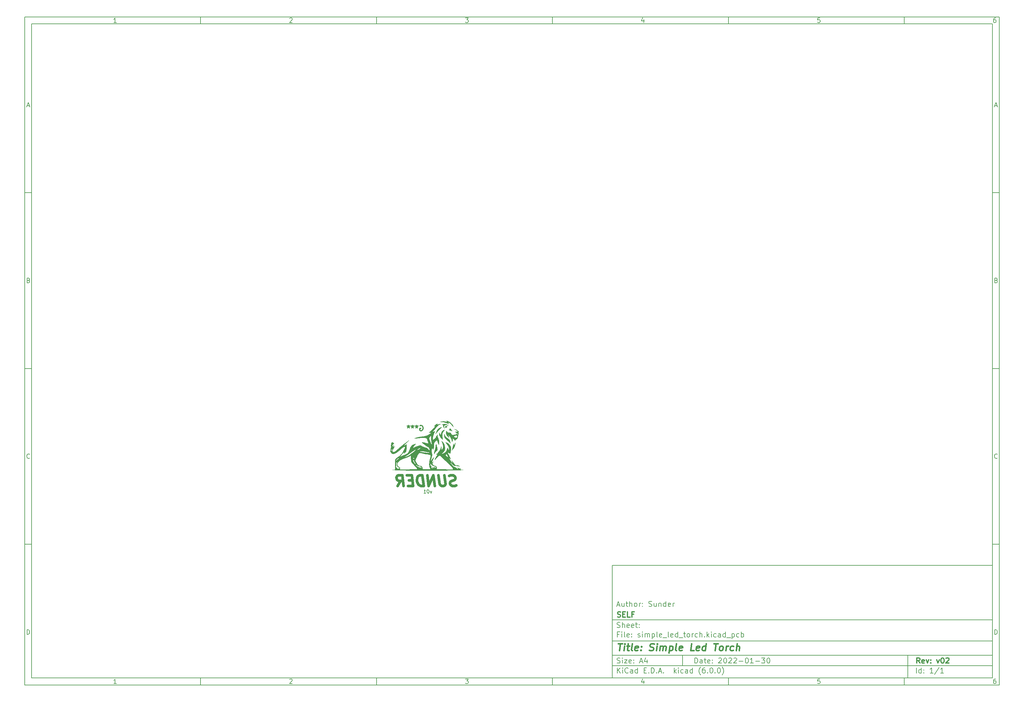
<source format=gbr>
%TF.GenerationSoftware,KiCad,Pcbnew,(6.0.0)*%
%TF.CreationDate,2022-01-30T14:03:22+05:30*%
%TF.ProjectId,simple_led_torch,73696d70-6c65-45f6-9c65-645f746f7263,v02*%
%TF.SameCoordinates,Original*%
%TF.FileFunction,Legend,Bot*%
%TF.FilePolarity,Positive*%
%FSLAX46Y46*%
G04 Gerber Fmt 4.6, Leading zero omitted, Abs format (unit mm)*
G04 Created by KiCad (PCBNEW (6.0.0)) date 2022-01-30 14:03:22*
%MOMM*%
%LPD*%
G01*
G04 APERTURE LIST*
%ADD10C,0.100000*%
%ADD11C,0.150000*%
%ADD12C,0.300000*%
%ADD13C,0.400000*%
%ADD14C,0.750000*%
G04 APERTURE END LIST*
D10*
D11*
X177002200Y-166007200D02*
X177002200Y-198007200D01*
X285002200Y-198007200D01*
X285002200Y-166007200D01*
X177002200Y-166007200D01*
D10*
D11*
X10000000Y-10000000D02*
X10000000Y-200007200D01*
X287002200Y-200007200D01*
X287002200Y-10000000D01*
X10000000Y-10000000D01*
D10*
D11*
X12000000Y-12000000D02*
X12000000Y-198007200D01*
X285002200Y-198007200D01*
X285002200Y-12000000D01*
X12000000Y-12000000D01*
D10*
D11*
X60000000Y-12000000D02*
X60000000Y-10000000D01*
D10*
D11*
X110000000Y-12000000D02*
X110000000Y-10000000D01*
D10*
D11*
X160000000Y-12000000D02*
X160000000Y-10000000D01*
D10*
D11*
X210000000Y-12000000D02*
X210000000Y-10000000D01*
D10*
D11*
X260000000Y-12000000D02*
X260000000Y-10000000D01*
D10*
D11*
X36065476Y-11588095D02*
X35322619Y-11588095D01*
X35694047Y-11588095D02*
X35694047Y-10288095D01*
X35570238Y-10473809D01*
X35446428Y-10597619D01*
X35322619Y-10659523D01*
D10*
D11*
X85322619Y-10411904D02*
X85384523Y-10350000D01*
X85508333Y-10288095D01*
X85817857Y-10288095D01*
X85941666Y-10350000D01*
X86003571Y-10411904D01*
X86065476Y-10535714D01*
X86065476Y-10659523D01*
X86003571Y-10845238D01*
X85260714Y-11588095D01*
X86065476Y-11588095D01*
D10*
D11*
X135260714Y-10288095D02*
X136065476Y-10288095D01*
X135632142Y-10783333D01*
X135817857Y-10783333D01*
X135941666Y-10845238D01*
X136003571Y-10907142D01*
X136065476Y-11030952D01*
X136065476Y-11340476D01*
X136003571Y-11464285D01*
X135941666Y-11526190D01*
X135817857Y-11588095D01*
X135446428Y-11588095D01*
X135322619Y-11526190D01*
X135260714Y-11464285D01*
D10*
D11*
X185941666Y-10721428D02*
X185941666Y-11588095D01*
X185632142Y-10226190D02*
X185322619Y-11154761D01*
X186127380Y-11154761D01*
D10*
D11*
X236003571Y-10288095D02*
X235384523Y-10288095D01*
X235322619Y-10907142D01*
X235384523Y-10845238D01*
X235508333Y-10783333D01*
X235817857Y-10783333D01*
X235941666Y-10845238D01*
X236003571Y-10907142D01*
X236065476Y-11030952D01*
X236065476Y-11340476D01*
X236003571Y-11464285D01*
X235941666Y-11526190D01*
X235817857Y-11588095D01*
X235508333Y-11588095D01*
X235384523Y-11526190D01*
X235322619Y-11464285D01*
D10*
D11*
X285941666Y-10288095D02*
X285694047Y-10288095D01*
X285570238Y-10350000D01*
X285508333Y-10411904D01*
X285384523Y-10597619D01*
X285322619Y-10845238D01*
X285322619Y-11340476D01*
X285384523Y-11464285D01*
X285446428Y-11526190D01*
X285570238Y-11588095D01*
X285817857Y-11588095D01*
X285941666Y-11526190D01*
X286003571Y-11464285D01*
X286065476Y-11340476D01*
X286065476Y-11030952D01*
X286003571Y-10907142D01*
X285941666Y-10845238D01*
X285817857Y-10783333D01*
X285570238Y-10783333D01*
X285446428Y-10845238D01*
X285384523Y-10907142D01*
X285322619Y-11030952D01*
D10*
D11*
X60000000Y-198007200D02*
X60000000Y-200007200D01*
D10*
D11*
X110000000Y-198007200D02*
X110000000Y-200007200D01*
D10*
D11*
X160000000Y-198007200D02*
X160000000Y-200007200D01*
D10*
D11*
X210000000Y-198007200D02*
X210000000Y-200007200D01*
D10*
D11*
X260000000Y-198007200D02*
X260000000Y-200007200D01*
D10*
D11*
X36065476Y-199595295D02*
X35322619Y-199595295D01*
X35694047Y-199595295D02*
X35694047Y-198295295D01*
X35570238Y-198481009D01*
X35446428Y-198604819D01*
X35322619Y-198666723D01*
D10*
D11*
X85322619Y-198419104D02*
X85384523Y-198357200D01*
X85508333Y-198295295D01*
X85817857Y-198295295D01*
X85941666Y-198357200D01*
X86003571Y-198419104D01*
X86065476Y-198542914D01*
X86065476Y-198666723D01*
X86003571Y-198852438D01*
X85260714Y-199595295D01*
X86065476Y-199595295D01*
D10*
D11*
X135260714Y-198295295D02*
X136065476Y-198295295D01*
X135632142Y-198790533D01*
X135817857Y-198790533D01*
X135941666Y-198852438D01*
X136003571Y-198914342D01*
X136065476Y-199038152D01*
X136065476Y-199347676D01*
X136003571Y-199471485D01*
X135941666Y-199533390D01*
X135817857Y-199595295D01*
X135446428Y-199595295D01*
X135322619Y-199533390D01*
X135260714Y-199471485D01*
D10*
D11*
X185941666Y-198728628D02*
X185941666Y-199595295D01*
X185632142Y-198233390D02*
X185322619Y-199161961D01*
X186127380Y-199161961D01*
D10*
D11*
X236003571Y-198295295D02*
X235384523Y-198295295D01*
X235322619Y-198914342D01*
X235384523Y-198852438D01*
X235508333Y-198790533D01*
X235817857Y-198790533D01*
X235941666Y-198852438D01*
X236003571Y-198914342D01*
X236065476Y-199038152D01*
X236065476Y-199347676D01*
X236003571Y-199471485D01*
X235941666Y-199533390D01*
X235817857Y-199595295D01*
X235508333Y-199595295D01*
X235384523Y-199533390D01*
X235322619Y-199471485D01*
D10*
D11*
X285941666Y-198295295D02*
X285694047Y-198295295D01*
X285570238Y-198357200D01*
X285508333Y-198419104D01*
X285384523Y-198604819D01*
X285322619Y-198852438D01*
X285322619Y-199347676D01*
X285384523Y-199471485D01*
X285446428Y-199533390D01*
X285570238Y-199595295D01*
X285817857Y-199595295D01*
X285941666Y-199533390D01*
X286003571Y-199471485D01*
X286065476Y-199347676D01*
X286065476Y-199038152D01*
X286003571Y-198914342D01*
X285941666Y-198852438D01*
X285817857Y-198790533D01*
X285570238Y-198790533D01*
X285446428Y-198852438D01*
X285384523Y-198914342D01*
X285322619Y-199038152D01*
D10*
D11*
X10000000Y-60000000D02*
X12000000Y-60000000D01*
D10*
D11*
X10000000Y-110000000D02*
X12000000Y-110000000D01*
D10*
D11*
X10000000Y-160000000D02*
X12000000Y-160000000D01*
D10*
D11*
X10690476Y-35216666D02*
X11309523Y-35216666D01*
X10566666Y-35588095D02*
X11000000Y-34288095D01*
X11433333Y-35588095D01*
D10*
D11*
X11092857Y-84907142D02*
X11278571Y-84969047D01*
X11340476Y-85030952D01*
X11402380Y-85154761D01*
X11402380Y-85340476D01*
X11340476Y-85464285D01*
X11278571Y-85526190D01*
X11154761Y-85588095D01*
X10659523Y-85588095D01*
X10659523Y-84288095D01*
X11092857Y-84288095D01*
X11216666Y-84350000D01*
X11278571Y-84411904D01*
X11340476Y-84535714D01*
X11340476Y-84659523D01*
X11278571Y-84783333D01*
X11216666Y-84845238D01*
X11092857Y-84907142D01*
X10659523Y-84907142D01*
D10*
D11*
X11402380Y-135464285D02*
X11340476Y-135526190D01*
X11154761Y-135588095D01*
X11030952Y-135588095D01*
X10845238Y-135526190D01*
X10721428Y-135402380D01*
X10659523Y-135278571D01*
X10597619Y-135030952D01*
X10597619Y-134845238D01*
X10659523Y-134597619D01*
X10721428Y-134473809D01*
X10845238Y-134350000D01*
X11030952Y-134288095D01*
X11154761Y-134288095D01*
X11340476Y-134350000D01*
X11402380Y-134411904D01*
D10*
D11*
X10659523Y-185588095D02*
X10659523Y-184288095D01*
X10969047Y-184288095D01*
X11154761Y-184350000D01*
X11278571Y-184473809D01*
X11340476Y-184597619D01*
X11402380Y-184845238D01*
X11402380Y-185030952D01*
X11340476Y-185278571D01*
X11278571Y-185402380D01*
X11154761Y-185526190D01*
X10969047Y-185588095D01*
X10659523Y-185588095D01*
D10*
D11*
X287002200Y-60000000D02*
X285002200Y-60000000D01*
D10*
D11*
X287002200Y-110000000D02*
X285002200Y-110000000D01*
D10*
D11*
X287002200Y-160000000D02*
X285002200Y-160000000D01*
D10*
D11*
X285692676Y-35216666D02*
X286311723Y-35216666D01*
X285568866Y-35588095D02*
X286002200Y-34288095D01*
X286435533Y-35588095D01*
D10*
D11*
X286095057Y-84907142D02*
X286280771Y-84969047D01*
X286342676Y-85030952D01*
X286404580Y-85154761D01*
X286404580Y-85340476D01*
X286342676Y-85464285D01*
X286280771Y-85526190D01*
X286156961Y-85588095D01*
X285661723Y-85588095D01*
X285661723Y-84288095D01*
X286095057Y-84288095D01*
X286218866Y-84350000D01*
X286280771Y-84411904D01*
X286342676Y-84535714D01*
X286342676Y-84659523D01*
X286280771Y-84783333D01*
X286218866Y-84845238D01*
X286095057Y-84907142D01*
X285661723Y-84907142D01*
D10*
D11*
X286404580Y-135464285D02*
X286342676Y-135526190D01*
X286156961Y-135588095D01*
X286033152Y-135588095D01*
X285847438Y-135526190D01*
X285723628Y-135402380D01*
X285661723Y-135278571D01*
X285599819Y-135030952D01*
X285599819Y-134845238D01*
X285661723Y-134597619D01*
X285723628Y-134473809D01*
X285847438Y-134350000D01*
X286033152Y-134288095D01*
X286156961Y-134288095D01*
X286342676Y-134350000D01*
X286404580Y-134411904D01*
D10*
D11*
X285661723Y-185588095D02*
X285661723Y-184288095D01*
X285971247Y-184288095D01*
X286156961Y-184350000D01*
X286280771Y-184473809D01*
X286342676Y-184597619D01*
X286404580Y-184845238D01*
X286404580Y-185030952D01*
X286342676Y-185278571D01*
X286280771Y-185402380D01*
X286156961Y-185526190D01*
X285971247Y-185588095D01*
X285661723Y-185588095D01*
D10*
D11*
X200434342Y-193785771D02*
X200434342Y-192285771D01*
X200791485Y-192285771D01*
X201005771Y-192357200D01*
X201148628Y-192500057D01*
X201220057Y-192642914D01*
X201291485Y-192928628D01*
X201291485Y-193142914D01*
X201220057Y-193428628D01*
X201148628Y-193571485D01*
X201005771Y-193714342D01*
X200791485Y-193785771D01*
X200434342Y-193785771D01*
X202577200Y-193785771D02*
X202577200Y-193000057D01*
X202505771Y-192857200D01*
X202362914Y-192785771D01*
X202077200Y-192785771D01*
X201934342Y-192857200D01*
X202577200Y-193714342D02*
X202434342Y-193785771D01*
X202077200Y-193785771D01*
X201934342Y-193714342D01*
X201862914Y-193571485D01*
X201862914Y-193428628D01*
X201934342Y-193285771D01*
X202077200Y-193214342D01*
X202434342Y-193214342D01*
X202577200Y-193142914D01*
X203077200Y-192785771D02*
X203648628Y-192785771D01*
X203291485Y-192285771D02*
X203291485Y-193571485D01*
X203362914Y-193714342D01*
X203505771Y-193785771D01*
X203648628Y-193785771D01*
X204720057Y-193714342D02*
X204577200Y-193785771D01*
X204291485Y-193785771D01*
X204148628Y-193714342D01*
X204077200Y-193571485D01*
X204077200Y-193000057D01*
X204148628Y-192857200D01*
X204291485Y-192785771D01*
X204577200Y-192785771D01*
X204720057Y-192857200D01*
X204791485Y-193000057D01*
X204791485Y-193142914D01*
X204077200Y-193285771D01*
X205434342Y-193642914D02*
X205505771Y-193714342D01*
X205434342Y-193785771D01*
X205362914Y-193714342D01*
X205434342Y-193642914D01*
X205434342Y-193785771D01*
X205434342Y-192857200D02*
X205505771Y-192928628D01*
X205434342Y-193000057D01*
X205362914Y-192928628D01*
X205434342Y-192857200D01*
X205434342Y-193000057D01*
X207220057Y-192428628D02*
X207291485Y-192357200D01*
X207434342Y-192285771D01*
X207791485Y-192285771D01*
X207934342Y-192357200D01*
X208005771Y-192428628D01*
X208077200Y-192571485D01*
X208077200Y-192714342D01*
X208005771Y-192928628D01*
X207148628Y-193785771D01*
X208077200Y-193785771D01*
X209005771Y-192285771D02*
X209148628Y-192285771D01*
X209291485Y-192357200D01*
X209362914Y-192428628D01*
X209434342Y-192571485D01*
X209505771Y-192857200D01*
X209505771Y-193214342D01*
X209434342Y-193500057D01*
X209362914Y-193642914D01*
X209291485Y-193714342D01*
X209148628Y-193785771D01*
X209005771Y-193785771D01*
X208862914Y-193714342D01*
X208791485Y-193642914D01*
X208720057Y-193500057D01*
X208648628Y-193214342D01*
X208648628Y-192857200D01*
X208720057Y-192571485D01*
X208791485Y-192428628D01*
X208862914Y-192357200D01*
X209005771Y-192285771D01*
X210077200Y-192428628D02*
X210148628Y-192357200D01*
X210291485Y-192285771D01*
X210648628Y-192285771D01*
X210791485Y-192357200D01*
X210862914Y-192428628D01*
X210934342Y-192571485D01*
X210934342Y-192714342D01*
X210862914Y-192928628D01*
X210005771Y-193785771D01*
X210934342Y-193785771D01*
X211505771Y-192428628D02*
X211577200Y-192357200D01*
X211720057Y-192285771D01*
X212077200Y-192285771D01*
X212220057Y-192357200D01*
X212291485Y-192428628D01*
X212362914Y-192571485D01*
X212362914Y-192714342D01*
X212291485Y-192928628D01*
X211434342Y-193785771D01*
X212362914Y-193785771D01*
X213005771Y-193214342D02*
X214148628Y-193214342D01*
X215148628Y-192285771D02*
X215291485Y-192285771D01*
X215434342Y-192357200D01*
X215505771Y-192428628D01*
X215577200Y-192571485D01*
X215648628Y-192857200D01*
X215648628Y-193214342D01*
X215577200Y-193500057D01*
X215505771Y-193642914D01*
X215434342Y-193714342D01*
X215291485Y-193785771D01*
X215148628Y-193785771D01*
X215005771Y-193714342D01*
X214934342Y-193642914D01*
X214862914Y-193500057D01*
X214791485Y-193214342D01*
X214791485Y-192857200D01*
X214862914Y-192571485D01*
X214934342Y-192428628D01*
X215005771Y-192357200D01*
X215148628Y-192285771D01*
X217077200Y-193785771D02*
X216220057Y-193785771D01*
X216648628Y-193785771D02*
X216648628Y-192285771D01*
X216505771Y-192500057D01*
X216362914Y-192642914D01*
X216220057Y-192714342D01*
X217720057Y-193214342D02*
X218862914Y-193214342D01*
X219434342Y-192285771D02*
X220362914Y-192285771D01*
X219862914Y-192857200D01*
X220077200Y-192857200D01*
X220220057Y-192928628D01*
X220291485Y-193000057D01*
X220362914Y-193142914D01*
X220362914Y-193500057D01*
X220291485Y-193642914D01*
X220220057Y-193714342D01*
X220077200Y-193785771D01*
X219648628Y-193785771D01*
X219505771Y-193714342D01*
X219434342Y-193642914D01*
X221291485Y-192285771D02*
X221434342Y-192285771D01*
X221577200Y-192357200D01*
X221648628Y-192428628D01*
X221720057Y-192571485D01*
X221791485Y-192857200D01*
X221791485Y-193214342D01*
X221720057Y-193500057D01*
X221648628Y-193642914D01*
X221577200Y-193714342D01*
X221434342Y-193785771D01*
X221291485Y-193785771D01*
X221148628Y-193714342D01*
X221077200Y-193642914D01*
X221005771Y-193500057D01*
X220934342Y-193214342D01*
X220934342Y-192857200D01*
X221005771Y-192571485D01*
X221077200Y-192428628D01*
X221148628Y-192357200D01*
X221291485Y-192285771D01*
D10*
D11*
X177002200Y-194507200D02*
X285002200Y-194507200D01*
D10*
D11*
X178434342Y-196585771D02*
X178434342Y-195085771D01*
X179291485Y-196585771D02*
X178648628Y-195728628D01*
X179291485Y-195085771D02*
X178434342Y-195942914D01*
X179934342Y-196585771D02*
X179934342Y-195585771D01*
X179934342Y-195085771D02*
X179862914Y-195157200D01*
X179934342Y-195228628D01*
X180005771Y-195157200D01*
X179934342Y-195085771D01*
X179934342Y-195228628D01*
X181505771Y-196442914D02*
X181434342Y-196514342D01*
X181220057Y-196585771D01*
X181077200Y-196585771D01*
X180862914Y-196514342D01*
X180720057Y-196371485D01*
X180648628Y-196228628D01*
X180577200Y-195942914D01*
X180577200Y-195728628D01*
X180648628Y-195442914D01*
X180720057Y-195300057D01*
X180862914Y-195157200D01*
X181077200Y-195085771D01*
X181220057Y-195085771D01*
X181434342Y-195157200D01*
X181505771Y-195228628D01*
X182791485Y-196585771D02*
X182791485Y-195800057D01*
X182720057Y-195657200D01*
X182577200Y-195585771D01*
X182291485Y-195585771D01*
X182148628Y-195657200D01*
X182791485Y-196514342D02*
X182648628Y-196585771D01*
X182291485Y-196585771D01*
X182148628Y-196514342D01*
X182077200Y-196371485D01*
X182077200Y-196228628D01*
X182148628Y-196085771D01*
X182291485Y-196014342D01*
X182648628Y-196014342D01*
X182791485Y-195942914D01*
X184148628Y-196585771D02*
X184148628Y-195085771D01*
X184148628Y-196514342D02*
X184005771Y-196585771D01*
X183720057Y-196585771D01*
X183577200Y-196514342D01*
X183505771Y-196442914D01*
X183434342Y-196300057D01*
X183434342Y-195871485D01*
X183505771Y-195728628D01*
X183577200Y-195657200D01*
X183720057Y-195585771D01*
X184005771Y-195585771D01*
X184148628Y-195657200D01*
X186005771Y-195800057D02*
X186505771Y-195800057D01*
X186720057Y-196585771D02*
X186005771Y-196585771D01*
X186005771Y-195085771D01*
X186720057Y-195085771D01*
X187362914Y-196442914D02*
X187434342Y-196514342D01*
X187362914Y-196585771D01*
X187291485Y-196514342D01*
X187362914Y-196442914D01*
X187362914Y-196585771D01*
X188077200Y-196585771D02*
X188077200Y-195085771D01*
X188434342Y-195085771D01*
X188648628Y-195157200D01*
X188791485Y-195300057D01*
X188862914Y-195442914D01*
X188934342Y-195728628D01*
X188934342Y-195942914D01*
X188862914Y-196228628D01*
X188791485Y-196371485D01*
X188648628Y-196514342D01*
X188434342Y-196585771D01*
X188077200Y-196585771D01*
X189577200Y-196442914D02*
X189648628Y-196514342D01*
X189577200Y-196585771D01*
X189505771Y-196514342D01*
X189577200Y-196442914D01*
X189577200Y-196585771D01*
X190220057Y-196157200D02*
X190934342Y-196157200D01*
X190077200Y-196585771D02*
X190577200Y-195085771D01*
X191077200Y-196585771D01*
X191577200Y-196442914D02*
X191648628Y-196514342D01*
X191577200Y-196585771D01*
X191505771Y-196514342D01*
X191577200Y-196442914D01*
X191577200Y-196585771D01*
X194577200Y-196585771D02*
X194577200Y-195085771D01*
X194720057Y-196014342D02*
X195148628Y-196585771D01*
X195148628Y-195585771D02*
X194577200Y-196157200D01*
X195791485Y-196585771D02*
X195791485Y-195585771D01*
X195791485Y-195085771D02*
X195720057Y-195157200D01*
X195791485Y-195228628D01*
X195862914Y-195157200D01*
X195791485Y-195085771D01*
X195791485Y-195228628D01*
X197148628Y-196514342D02*
X197005771Y-196585771D01*
X196720057Y-196585771D01*
X196577200Y-196514342D01*
X196505771Y-196442914D01*
X196434342Y-196300057D01*
X196434342Y-195871485D01*
X196505771Y-195728628D01*
X196577200Y-195657200D01*
X196720057Y-195585771D01*
X197005771Y-195585771D01*
X197148628Y-195657200D01*
X198434342Y-196585771D02*
X198434342Y-195800057D01*
X198362914Y-195657200D01*
X198220057Y-195585771D01*
X197934342Y-195585771D01*
X197791485Y-195657200D01*
X198434342Y-196514342D02*
X198291485Y-196585771D01*
X197934342Y-196585771D01*
X197791485Y-196514342D01*
X197720057Y-196371485D01*
X197720057Y-196228628D01*
X197791485Y-196085771D01*
X197934342Y-196014342D01*
X198291485Y-196014342D01*
X198434342Y-195942914D01*
X199791485Y-196585771D02*
X199791485Y-195085771D01*
X199791485Y-196514342D02*
X199648628Y-196585771D01*
X199362914Y-196585771D01*
X199220057Y-196514342D01*
X199148628Y-196442914D01*
X199077200Y-196300057D01*
X199077200Y-195871485D01*
X199148628Y-195728628D01*
X199220057Y-195657200D01*
X199362914Y-195585771D01*
X199648628Y-195585771D01*
X199791485Y-195657200D01*
X202077200Y-197157200D02*
X202005771Y-197085771D01*
X201862914Y-196871485D01*
X201791485Y-196728628D01*
X201720057Y-196514342D01*
X201648628Y-196157200D01*
X201648628Y-195871485D01*
X201720057Y-195514342D01*
X201791485Y-195300057D01*
X201862914Y-195157200D01*
X202005771Y-194942914D01*
X202077200Y-194871485D01*
X203291485Y-195085771D02*
X203005771Y-195085771D01*
X202862914Y-195157200D01*
X202791485Y-195228628D01*
X202648628Y-195442914D01*
X202577200Y-195728628D01*
X202577200Y-196300057D01*
X202648628Y-196442914D01*
X202720057Y-196514342D01*
X202862914Y-196585771D01*
X203148628Y-196585771D01*
X203291485Y-196514342D01*
X203362914Y-196442914D01*
X203434342Y-196300057D01*
X203434342Y-195942914D01*
X203362914Y-195800057D01*
X203291485Y-195728628D01*
X203148628Y-195657200D01*
X202862914Y-195657200D01*
X202720057Y-195728628D01*
X202648628Y-195800057D01*
X202577200Y-195942914D01*
X204077200Y-196442914D02*
X204148628Y-196514342D01*
X204077200Y-196585771D01*
X204005771Y-196514342D01*
X204077200Y-196442914D01*
X204077200Y-196585771D01*
X205077200Y-195085771D02*
X205220057Y-195085771D01*
X205362914Y-195157200D01*
X205434342Y-195228628D01*
X205505771Y-195371485D01*
X205577200Y-195657200D01*
X205577200Y-196014342D01*
X205505771Y-196300057D01*
X205434342Y-196442914D01*
X205362914Y-196514342D01*
X205220057Y-196585771D01*
X205077200Y-196585771D01*
X204934342Y-196514342D01*
X204862914Y-196442914D01*
X204791485Y-196300057D01*
X204720057Y-196014342D01*
X204720057Y-195657200D01*
X204791485Y-195371485D01*
X204862914Y-195228628D01*
X204934342Y-195157200D01*
X205077200Y-195085771D01*
X206220057Y-196442914D02*
X206291485Y-196514342D01*
X206220057Y-196585771D01*
X206148628Y-196514342D01*
X206220057Y-196442914D01*
X206220057Y-196585771D01*
X207220057Y-195085771D02*
X207362914Y-195085771D01*
X207505771Y-195157200D01*
X207577200Y-195228628D01*
X207648628Y-195371485D01*
X207720057Y-195657200D01*
X207720057Y-196014342D01*
X207648628Y-196300057D01*
X207577200Y-196442914D01*
X207505771Y-196514342D01*
X207362914Y-196585771D01*
X207220057Y-196585771D01*
X207077200Y-196514342D01*
X207005771Y-196442914D01*
X206934342Y-196300057D01*
X206862914Y-196014342D01*
X206862914Y-195657200D01*
X206934342Y-195371485D01*
X207005771Y-195228628D01*
X207077200Y-195157200D01*
X207220057Y-195085771D01*
X208220057Y-197157200D02*
X208291485Y-197085771D01*
X208434342Y-196871485D01*
X208505771Y-196728628D01*
X208577200Y-196514342D01*
X208648628Y-196157200D01*
X208648628Y-195871485D01*
X208577200Y-195514342D01*
X208505771Y-195300057D01*
X208434342Y-195157200D01*
X208291485Y-194942914D01*
X208220057Y-194871485D01*
D10*
D11*
X177002200Y-191507200D02*
X285002200Y-191507200D01*
D10*
D12*
X264411485Y-193785771D02*
X263911485Y-193071485D01*
X263554342Y-193785771D02*
X263554342Y-192285771D01*
X264125771Y-192285771D01*
X264268628Y-192357200D01*
X264340057Y-192428628D01*
X264411485Y-192571485D01*
X264411485Y-192785771D01*
X264340057Y-192928628D01*
X264268628Y-193000057D01*
X264125771Y-193071485D01*
X263554342Y-193071485D01*
X265625771Y-193714342D02*
X265482914Y-193785771D01*
X265197200Y-193785771D01*
X265054342Y-193714342D01*
X264982914Y-193571485D01*
X264982914Y-193000057D01*
X265054342Y-192857200D01*
X265197200Y-192785771D01*
X265482914Y-192785771D01*
X265625771Y-192857200D01*
X265697200Y-193000057D01*
X265697200Y-193142914D01*
X264982914Y-193285771D01*
X266197200Y-192785771D02*
X266554342Y-193785771D01*
X266911485Y-192785771D01*
X267482914Y-193642914D02*
X267554342Y-193714342D01*
X267482914Y-193785771D01*
X267411485Y-193714342D01*
X267482914Y-193642914D01*
X267482914Y-193785771D01*
X267482914Y-192857200D02*
X267554342Y-192928628D01*
X267482914Y-193000057D01*
X267411485Y-192928628D01*
X267482914Y-192857200D01*
X267482914Y-193000057D01*
X269197200Y-192785771D02*
X269554342Y-193785771D01*
X269911485Y-192785771D01*
X270768628Y-192285771D02*
X270911485Y-192285771D01*
X271054342Y-192357200D01*
X271125771Y-192428628D01*
X271197200Y-192571485D01*
X271268628Y-192857200D01*
X271268628Y-193214342D01*
X271197200Y-193500057D01*
X271125771Y-193642914D01*
X271054342Y-193714342D01*
X270911485Y-193785771D01*
X270768628Y-193785771D01*
X270625771Y-193714342D01*
X270554342Y-193642914D01*
X270482914Y-193500057D01*
X270411485Y-193214342D01*
X270411485Y-192857200D01*
X270482914Y-192571485D01*
X270554342Y-192428628D01*
X270625771Y-192357200D01*
X270768628Y-192285771D01*
X271840057Y-192428628D02*
X271911485Y-192357200D01*
X272054342Y-192285771D01*
X272411485Y-192285771D01*
X272554342Y-192357200D01*
X272625771Y-192428628D01*
X272697200Y-192571485D01*
X272697200Y-192714342D01*
X272625771Y-192928628D01*
X271768628Y-193785771D01*
X272697200Y-193785771D01*
D10*
D11*
X178362914Y-193714342D02*
X178577200Y-193785771D01*
X178934342Y-193785771D01*
X179077200Y-193714342D01*
X179148628Y-193642914D01*
X179220057Y-193500057D01*
X179220057Y-193357200D01*
X179148628Y-193214342D01*
X179077200Y-193142914D01*
X178934342Y-193071485D01*
X178648628Y-193000057D01*
X178505771Y-192928628D01*
X178434342Y-192857200D01*
X178362914Y-192714342D01*
X178362914Y-192571485D01*
X178434342Y-192428628D01*
X178505771Y-192357200D01*
X178648628Y-192285771D01*
X179005771Y-192285771D01*
X179220057Y-192357200D01*
X179862914Y-193785771D02*
X179862914Y-192785771D01*
X179862914Y-192285771D02*
X179791485Y-192357200D01*
X179862914Y-192428628D01*
X179934342Y-192357200D01*
X179862914Y-192285771D01*
X179862914Y-192428628D01*
X180434342Y-192785771D02*
X181220057Y-192785771D01*
X180434342Y-193785771D01*
X181220057Y-193785771D01*
X182362914Y-193714342D02*
X182220057Y-193785771D01*
X181934342Y-193785771D01*
X181791485Y-193714342D01*
X181720057Y-193571485D01*
X181720057Y-193000057D01*
X181791485Y-192857200D01*
X181934342Y-192785771D01*
X182220057Y-192785771D01*
X182362914Y-192857200D01*
X182434342Y-193000057D01*
X182434342Y-193142914D01*
X181720057Y-193285771D01*
X183077200Y-193642914D02*
X183148628Y-193714342D01*
X183077200Y-193785771D01*
X183005771Y-193714342D01*
X183077200Y-193642914D01*
X183077200Y-193785771D01*
X183077200Y-192857200D02*
X183148628Y-192928628D01*
X183077200Y-193000057D01*
X183005771Y-192928628D01*
X183077200Y-192857200D01*
X183077200Y-193000057D01*
X184862914Y-193357200D02*
X185577200Y-193357200D01*
X184720057Y-193785771D02*
X185220057Y-192285771D01*
X185720057Y-193785771D01*
X186862914Y-192785771D02*
X186862914Y-193785771D01*
X186505771Y-192214342D02*
X186148628Y-193285771D01*
X187077200Y-193285771D01*
D10*
D11*
X263434342Y-196585771D02*
X263434342Y-195085771D01*
X264791485Y-196585771D02*
X264791485Y-195085771D01*
X264791485Y-196514342D02*
X264648628Y-196585771D01*
X264362914Y-196585771D01*
X264220057Y-196514342D01*
X264148628Y-196442914D01*
X264077200Y-196300057D01*
X264077200Y-195871485D01*
X264148628Y-195728628D01*
X264220057Y-195657200D01*
X264362914Y-195585771D01*
X264648628Y-195585771D01*
X264791485Y-195657200D01*
X265505771Y-196442914D02*
X265577200Y-196514342D01*
X265505771Y-196585771D01*
X265434342Y-196514342D01*
X265505771Y-196442914D01*
X265505771Y-196585771D01*
X265505771Y-195657200D02*
X265577200Y-195728628D01*
X265505771Y-195800057D01*
X265434342Y-195728628D01*
X265505771Y-195657200D01*
X265505771Y-195800057D01*
X268148628Y-196585771D02*
X267291485Y-196585771D01*
X267720057Y-196585771D02*
X267720057Y-195085771D01*
X267577200Y-195300057D01*
X267434342Y-195442914D01*
X267291485Y-195514342D01*
X269862914Y-195014342D02*
X268577200Y-196942914D01*
X271148628Y-196585771D02*
X270291485Y-196585771D01*
X270720057Y-196585771D02*
X270720057Y-195085771D01*
X270577200Y-195300057D01*
X270434342Y-195442914D01*
X270291485Y-195514342D01*
D10*
D11*
X177002200Y-187507200D02*
X285002200Y-187507200D01*
D10*
D13*
X178714580Y-188211961D02*
X179857438Y-188211961D01*
X179036009Y-190211961D02*
X179286009Y-188211961D01*
X180274104Y-190211961D02*
X180440771Y-188878628D01*
X180524104Y-188211961D02*
X180416961Y-188307200D01*
X180500295Y-188402438D01*
X180607438Y-188307200D01*
X180524104Y-188211961D01*
X180500295Y-188402438D01*
X181107438Y-188878628D02*
X181869342Y-188878628D01*
X181476485Y-188211961D02*
X181262200Y-189926247D01*
X181333628Y-190116723D01*
X181512200Y-190211961D01*
X181702676Y-190211961D01*
X182655057Y-190211961D02*
X182476485Y-190116723D01*
X182405057Y-189926247D01*
X182619342Y-188211961D01*
X184190771Y-190116723D02*
X183988390Y-190211961D01*
X183607438Y-190211961D01*
X183428866Y-190116723D01*
X183357438Y-189926247D01*
X183452676Y-189164342D01*
X183571723Y-188973866D01*
X183774104Y-188878628D01*
X184155057Y-188878628D01*
X184333628Y-188973866D01*
X184405057Y-189164342D01*
X184381247Y-189354819D01*
X183405057Y-189545295D01*
X185155057Y-190021485D02*
X185238390Y-190116723D01*
X185131247Y-190211961D01*
X185047914Y-190116723D01*
X185155057Y-190021485D01*
X185131247Y-190211961D01*
X185286009Y-188973866D02*
X185369342Y-189069104D01*
X185262200Y-189164342D01*
X185178866Y-189069104D01*
X185286009Y-188973866D01*
X185262200Y-189164342D01*
X187524104Y-190116723D02*
X187797914Y-190211961D01*
X188274104Y-190211961D01*
X188476485Y-190116723D01*
X188583628Y-190021485D01*
X188702676Y-189831009D01*
X188726485Y-189640533D01*
X188655057Y-189450057D01*
X188571723Y-189354819D01*
X188393152Y-189259580D01*
X188024104Y-189164342D01*
X187845533Y-189069104D01*
X187762200Y-188973866D01*
X187690771Y-188783390D01*
X187714580Y-188592914D01*
X187833628Y-188402438D01*
X187940771Y-188307200D01*
X188143152Y-188211961D01*
X188619342Y-188211961D01*
X188893152Y-188307200D01*
X189512200Y-190211961D02*
X189678866Y-188878628D01*
X189762200Y-188211961D02*
X189655057Y-188307200D01*
X189738390Y-188402438D01*
X189845533Y-188307200D01*
X189762200Y-188211961D01*
X189738390Y-188402438D01*
X190464580Y-190211961D02*
X190631247Y-188878628D01*
X190607438Y-189069104D02*
X190714580Y-188973866D01*
X190916961Y-188878628D01*
X191202676Y-188878628D01*
X191381247Y-188973866D01*
X191452676Y-189164342D01*
X191321723Y-190211961D01*
X191452676Y-189164342D02*
X191571723Y-188973866D01*
X191774104Y-188878628D01*
X192059819Y-188878628D01*
X192238390Y-188973866D01*
X192309819Y-189164342D01*
X192178866Y-190211961D01*
X193297914Y-188878628D02*
X193047914Y-190878628D01*
X193286009Y-188973866D02*
X193488390Y-188878628D01*
X193869342Y-188878628D01*
X194047914Y-188973866D01*
X194131247Y-189069104D01*
X194202676Y-189259580D01*
X194131247Y-189831009D01*
X194012200Y-190021485D01*
X193905057Y-190116723D01*
X193702676Y-190211961D01*
X193321723Y-190211961D01*
X193143152Y-190116723D01*
X195226485Y-190211961D02*
X195047914Y-190116723D01*
X194976485Y-189926247D01*
X195190771Y-188211961D01*
X196762200Y-190116723D02*
X196559819Y-190211961D01*
X196178866Y-190211961D01*
X196000295Y-190116723D01*
X195928866Y-189926247D01*
X196024104Y-189164342D01*
X196143152Y-188973866D01*
X196345533Y-188878628D01*
X196726485Y-188878628D01*
X196905057Y-188973866D01*
X196976485Y-189164342D01*
X196952676Y-189354819D01*
X195976485Y-189545295D01*
X200178866Y-190211961D02*
X199226485Y-190211961D01*
X199476485Y-188211961D01*
X201619342Y-190116723D02*
X201416961Y-190211961D01*
X201036009Y-190211961D01*
X200857438Y-190116723D01*
X200786009Y-189926247D01*
X200881247Y-189164342D01*
X201000295Y-188973866D01*
X201202676Y-188878628D01*
X201583628Y-188878628D01*
X201762200Y-188973866D01*
X201833628Y-189164342D01*
X201809819Y-189354819D01*
X200833628Y-189545295D01*
X203416961Y-190211961D02*
X203666961Y-188211961D01*
X203428866Y-190116723D02*
X203226485Y-190211961D01*
X202845533Y-190211961D01*
X202666961Y-190116723D01*
X202583628Y-190021485D01*
X202512200Y-189831009D01*
X202583628Y-189259580D01*
X202702676Y-189069104D01*
X202809819Y-188973866D01*
X203012200Y-188878628D01*
X203393152Y-188878628D01*
X203571723Y-188973866D01*
X205857438Y-188211961D02*
X207000295Y-188211961D01*
X206178866Y-190211961D02*
X206428866Y-188211961D01*
X207702676Y-190211961D02*
X207524104Y-190116723D01*
X207440771Y-190021485D01*
X207369342Y-189831009D01*
X207440771Y-189259580D01*
X207559819Y-189069104D01*
X207666961Y-188973866D01*
X207869342Y-188878628D01*
X208155057Y-188878628D01*
X208333628Y-188973866D01*
X208416961Y-189069104D01*
X208488390Y-189259580D01*
X208416961Y-189831009D01*
X208297914Y-190021485D01*
X208190771Y-190116723D01*
X207988390Y-190211961D01*
X207702676Y-190211961D01*
X209226485Y-190211961D02*
X209393152Y-188878628D01*
X209345533Y-189259580D02*
X209464580Y-189069104D01*
X209571723Y-188973866D01*
X209774104Y-188878628D01*
X209964580Y-188878628D01*
X211333628Y-190116723D02*
X211131247Y-190211961D01*
X210750295Y-190211961D01*
X210571723Y-190116723D01*
X210488390Y-190021485D01*
X210416961Y-189831009D01*
X210488390Y-189259580D01*
X210607438Y-189069104D01*
X210714580Y-188973866D01*
X210916961Y-188878628D01*
X211297914Y-188878628D01*
X211476485Y-188973866D01*
X212178866Y-190211961D02*
X212428866Y-188211961D01*
X213036009Y-190211961D02*
X213166961Y-189164342D01*
X213095533Y-188973866D01*
X212916961Y-188878628D01*
X212631247Y-188878628D01*
X212428866Y-188973866D01*
X212321723Y-189069104D01*
D10*
D11*
X178934342Y-185600057D02*
X178434342Y-185600057D01*
X178434342Y-186385771D02*
X178434342Y-184885771D01*
X179148628Y-184885771D01*
X179720057Y-186385771D02*
X179720057Y-185385771D01*
X179720057Y-184885771D02*
X179648628Y-184957200D01*
X179720057Y-185028628D01*
X179791485Y-184957200D01*
X179720057Y-184885771D01*
X179720057Y-185028628D01*
X180648628Y-186385771D02*
X180505771Y-186314342D01*
X180434342Y-186171485D01*
X180434342Y-184885771D01*
X181791485Y-186314342D02*
X181648628Y-186385771D01*
X181362914Y-186385771D01*
X181220057Y-186314342D01*
X181148628Y-186171485D01*
X181148628Y-185600057D01*
X181220057Y-185457200D01*
X181362914Y-185385771D01*
X181648628Y-185385771D01*
X181791485Y-185457200D01*
X181862914Y-185600057D01*
X181862914Y-185742914D01*
X181148628Y-185885771D01*
X182505771Y-186242914D02*
X182577200Y-186314342D01*
X182505771Y-186385771D01*
X182434342Y-186314342D01*
X182505771Y-186242914D01*
X182505771Y-186385771D01*
X182505771Y-185457200D02*
X182577200Y-185528628D01*
X182505771Y-185600057D01*
X182434342Y-185528628D01*
X182505771Y-185457200D01*
X182505771Y-185600057D01*
X184291485Y-186314342D02*
X184434342Y-186385771D01*
X184720057Y-186385771D01*
X184862914Y-186314342D01*
X184934342Y-186171485D01*
X184934342Y-186100057D01*
X184862914Y-185957200D01*
X184720057Y-185885771D01*
X184505771Y-185885771D01*
X184362914Y-185814342D01*
X184291485Y-185671485D01*
X184291485Y-185600057D01*
X184362914Y-185457200D01*
X184505771Y-185385771D01*
X184720057Y-185385771D01*
X184862914Y-185457200D01*
X185577200Y-186385771D02*
X185577200Y-185385771D01*
X185577200Y-184885771D02*
X185505771Y-184957200D01*
X185577200Y-185028628D01*
X185648628Y-184957200D01*
X185577200Y-184885771D01*
X185577200Y-185028628D01*
X186291485Y-186385771D02*
X186291485Y-185385771D01*
X186291485Y-185528628D02*
X186362914Y-185457200D01*
X186505771Y-185385771D01*
X186720057Y-185385771D01*
X186862914Y-185457200D01*
X186934342Y-185600057D01*
X186934342Y-186385771D01*
X186934342Y-185600057D02*
X187005771Y-185457200D01*
X187148628Y-185385771D01*
X187362914Y-185385771D01*
X187505771Y-185457200D01*
X187577200Y-185600057D01*
X187577200Y-186385771D01*
X188291485Y-185385771D02*
X188291485Y-186885771D01*
X188291485Y-185457200D02*
X188434342Y-185385771D01*
X188720057Y-185385771D01*
X188862914Y-185457200D01*
X188934342Y-185528628D01*
X189005771Y-185671485D01*
X189005771Y-186100057D01*
X188934342Y-186242914D01*
X188862914Y-186314342D01*
X188720057Y-186385771D01*
X188434342Y-186385771D01*
X188291485Y-186314342D01*
X189862914Y-186385771D02*
X189720057Y-186314342D01*
X189648628Y-186171485D01*
X189648628Y-184885771D01*
X191005771Y-186314342D02*
X190862914Y-186385771D01*
X190577200Y-186385771D01*
X190434342Y-186314342D01*
X190362914Y-186171485D01*
X190362914Y-185600057D01*
X190434342Y-185457200D01*
X190577200Y-185385771D01*
X190862914Y-185385771D01*
X191005771Y-185457200D01*
X191077200Y-185600057D01*
X191077200Y-185742914D01*
X190362914Y-185885771D01*
X191362914Y-186528628D02*
X192505771Y-186528628D01*
X193077200Y-186385771D02*
X192934342Y-186314342D01*
X192862914Y-186171485D01*
X192862914Y-184885771D01*
X194220057Y-186314342D02*
X194077200Y-186385771D01*
X193791485Y-186385771D01*
X193648628Y-186314342D01*
X193577200Y-186171485D01*
X193577200Y-185600057D01*
X193648628Y-185457200D01*
X193791485Y-185385771D01*
X194077200Y-185385771D01*
X194220057Y-185457200D01*
X194291485Y-185600057D01*
X194291485Y-185742914D01*
X193577200Y-185885771D01*
X195577200Y-186385771D02*
X195577200Y-184885771D01*
X195577200Y-186314342D02*
X195434342Y-186385771D01*
X195148628Y-186385771D01*
X195005771Y-186314342D01*
X194934342Y-186242914D01*
X194862914Y-186100057D01*
X194862914Y-185671485D01*
X194934342Y-185528628D01*
X195005771Y-185457200D01*
X195148628Y-185385771D01*
X195434342Y-185385771D01*
X195577200Y-185457200D01*
X195934342Y-186528628D02*
X197077200Y-186528628D01*
X197220057Y-185385771D02*
X197791485Y-185385771D01*
X197434342Y-184885771D02*
X197434342Y-186171485D01*
X197505771Y-186314342D01*
X197648628Y-186385771D01*
X197791485Y-186385771D01*
X198505771Y-186385771D02*
X198362914Y-186314342D01*
X198291485Y-186242914D01*
X198220057Y-186100057D01*
X198220057Y-185671485D01*
X198291485Y-185528628D01*
X198362914Y-185457200D01*
X198505771Y-185385771D01*
X198720057Y-185385771D01*
X198862914Y-185457200D01*
X198934342Y-185528628D01*
X199005771Y-185671485D01*
X199005771Y-186100057D01*
X198934342Y-186242914D01*
X198862914Y-186314342D01*
X198720057Y-186385771D01*
X198505771Y-186385771D01*
X199648628Y-186385771D02*
X199648628Y-185385771D01*
X199648628Y-185671485D02*
X199720057Y-185528628D01*
X199791485Y-185457200D01*
X199934342Y-185385771D01*
X200077200Y-185385771D01*
X201220057Y-186314342D02*
X201077200Y-186385771D01*
X200791485Y-186385771D01*
X200648628Y-186314342D01*
X200577200Y-186242914D01*
X200505771Y-186100057D01*
X200505771Y-185671485D01*
X200577200Y-185528628D01*
X200648628Y-185457200D01*
X200791485Y-185385771D01*
X201077200Y-185385771D01*
X201220057Y-185457200D01*
X201862914Y-186385771D02*
X201862914Y-184885771D01*
X202505771Y-186385771D02*
X202505771Y-185600057D01*
X202434342Y-185457200D01*
X202291485Y-185385771D01*
X202077200Y-185385771D01*
X201934342Y-185457200D01*
X201862914Y-185528628D01*
X203220057Y-186242914D02*
X203291485Y-186314342D01*
X203220057Y-186385771D01*
X203148628Y-186314342D01*
X203220057Y-186242914D01*
X203220057Y-186385771D01*
X203934342Y-186385771D02*
X203934342Y-184885771D01*
X204077200Y-185814342D02*
X204505771Y-186385771D01*
X204505771Y-185385771D02*
X203934342Y-185957200D01*
X205148628Y-186385771D02*
X205148628Y-185385771D01*
X205148628Y-184885771D02*
X205077200Y-184957200D01*
X205148628Y-185028628D01*
X205220057Y-184957200D01*
X205148628Y-184885771D01*
X205148628Y-185028628D01*
X206505771Y-186314342D02*
X206362914Y-186385771D01*
X206077200Y-186385771D01*
X205934342Y-186314342D01*
X205862914Y-186242914D01*
X205791485Y-186100057D01*
X205791485Y-185671485D01*
X205862914Y-185528628D01*
X205934342Y-185457200D01*
X206077200Y-185385771D01*
X206362914Y-185385771D01*
X206505771Y-185457200D01*
X207791485Y-186385771D02*
X207791485Y-185600057D01*
X207720057Y-185457200D01*
X207577200Y-185385771D01*
X207291485Y-185385771D01*
X207148628Y-185457200D01*
X207791485Y-186314342D02*
X207648628Y-186385771D01*
X207291485Y-186385771D01*
X207148628Y-186314342D01*
X207077200Y-186171485D01*
X207077200Y-186028628D01*
X207148628Y-185885771D01*
X207291485Y-185814342D01*
X207648628Y-185814342D01*
X207791485Y-185742914D01*
X209148628Y-186385771D02*
X209148628Y-184885771D01*
X209148628Y-186314342D02*
X209005771Y-186385771D01*
X208720057Y-186385771D01*
X208577200Y-186314342D01*
X208505771Y-186242914D01*
X208434342Y-186100057D01*
X208434342Y-185671485D01*
X208505771Y-185528628D01*
X208577200Y-185457200D01*
X208720057Y-185385771D01*
X209005771Y-185385771D01*
X209148628Y-185457200D01*
X209505771Y-186528628D02*
X210648628Y-186528628D01*
X211005771Y-185385771D02*
X211005771Y-186885771D01*
X211005771Y-185457200D02*
X211148628Y-185385771D01*
X211434342Y-185385771D01*
X211577200Y-185457200D01*
X211648628Y-185528628D01*
X211720057Y-185671485D01*
X211720057Y-186100057D01*
X211648628Y-186242914D01*
X211577200Y-186314342D01*
X211434342Y-186385771D01*
X211148628Y-186385771D01*
X211005771Y-186314342D01*
X213005771Y-186314342D02*
X212862914Y-186385771D01*
X212577200Y-186385771D01*
X212434342Y-186314342D01*
X212362914Y-186242914D01*
X212291485Y-186100057D01*
X212291485Y-185671485D01*
X212362914Y-185528628D01*
X212434342Y-185457200D01*
X212577200Y-185385771D01*
X212862914Y-185385771D01*
X213005771Y-185457200D01*
X213648628Y-186385771D02*
X213648628Y-184885771D01*
X213648628Y-185457200D02*
X213791485Y-185385771D01*
X214077200Y-185385771D01*
X214220057Y-185457200D01*
X214291485Y-185528628D01*
X214362914Y-185671485D01*
X214362914Y-186100057D01*
X214291485Y-186242914D01*
X214220057Y-186314342D01*
X214077200Y-186385771D01*
X213791485Y-186385771D01*
X213648628Y-186314342D01*
D10*
D11*
X177002200Y-181507200D02*
X285002200Y-181507200D01*
D10*
D11*
X178362914Y-183614342D02*
X178577200Y-183685771D01*
X178934342Y-183685771D01*
X179077200Y-183614342D01*
X179148628Y-183542914D01*
X179220057Y-183400057D01*
X179220057Y-183257200D01*
X179148628Y-183114342D01*
X179077200Y-183042914D01*
X178934342Y-182971485D01*
X178648628Y-182900057D01*
X178505771Y-182828628D01*
X178434342Y-182757200D01*
X178362914Y-182614342D01*
X178362914Y-182471485D01*
X178434342Y-182328628D01*
X178505771Y-182257200D01*
X178648628Y-182185771D01*
X179005771Y-182185771D01*
X179220057Y-182257200D01*
X179862914Y-183685771D02*
X179862914Y-182185771D01*
X180505771Y-183685771D02*
X180505771Y-182900057D01*
X180434342Y-182757200D01*
X180291485Y-182685771D01*
X180077200Y-182685771D01*
X179934342Y-182757200D01*
X179862914Y-182828628D01*
X181791485Y-183614342D02*
X181648628Y-183685771D01*
X181362914Y-183685771D01*
X181220057Y-183614342D01*
X181148628Y-183471485D01*
X181148628Y-182900057D01*
X181220057Y-182757200D01*
X181362914Y-182685771D01*
X181648628Y-182685771D01*
X181791485Y-182757200D01*
X181862914Y-182900057D01*
X181862914Y-183042914D01*
X181148628Y-183185771D01*
X183077200Y-183614342D02*
X182934342Y-183685771D01*
X182648628Y-183685771D01*
X182505771Y-183614342D01*
X182434342Y-183471485D01*
X182434342Y-182900057D01*
X182505771Y-182757200D01*
X182648628Y-182685771D01*
X182934342Y-182685771D01*
X183077200Y-182757200D01*
X183148628Y-182900057D01*
X183148628Y-183042914D01*
X182434342Y-183185771D01*
X183577200Y-182685771D02*
X184148628Y-182685771D01*
X183791485Y-182185771D02*
X183791485Y-183471485D01*
X183862914Y-183614342D01*
X184005771Y-183685771D01*
X184148628Y-183685771D01*
X184648628Y-183542914D02*
X184720057Y-183614342D01*
X184648628Y-183685771D01*
X184577200Y-183614342D01*
X184648628Y-183542914D01*
X184648628Y-183685771D01*
X184648628Y-182757200D02*
X184720057Y-182828628D01*
X184648628Y-182900057D01*
X184577200Y-182828628D01*
X184648628Y-182757200D01*
X184648628Y-182900057D01*
D10*
D12*
X178482914Y-180614342D02*
X178697200Y-180685771D01*
X179054342Y-180685771D01*
X179197200Y-180614342D01*
X179268628Y-180542914D01*
X179340057Y-180400057D01*
X179340057Y-180257200D01*
X179268628Y-180114342D01*
X179197200Y-180042914D01*
X179054342Y-179971485D01*
X178768628Y-179900057D01*
X178625771Y-179828628D01*
X178554342Y-179757200D01*
X178482914Y-179614342D01*
X178482914Y-179471485D01*
X178554342Y-179328628D01*
X178625771Y-179257200D01*
X178768628Y-179185771D01*
X179125771Y-179185771D01*
X179340057Y-179257200D01*
X179982914Y-179900057D02*
X180482914Y-179900057D01*
X180697200Y-180685771D02*
X179982914Y-180685771D01*
X179982914Y-179185771D01*
X180697200Y-179185771D01*
X182054342Y-180685771D02*
X181340057Y-180685771D01*
X181340057Y-179185771D01*
X183054342Y-179900057D02*
X182554342Y-179900057D01*
X182554342Y-180685771D02*
X182554342Y-179185771D01*
X183268628Y-179185771D01*
D10*
D11*
X178362914Y-177257200D02*
X179077200Y-177257200D01*
X178220057Y-177685771D02*
X178720057Y-176185771D01*
X179220057Y-177685771D01*
X180362914Y-176685771D02*
X180362914Y-177685771D01*
X179720057Y-176685771D02*
X179720057Y-177471485D01*
X179791485Y-177614342D01*
X179934342Y-177685771D01*
X180148628Y-177685771D01*
X180291485Y-177614342D01*
X180362914Y-177542914D01*
X180862914Y-176685771D02*
X181434342Y-176685771D01*
X181077200Y-176185771D02*
X181077200Y-177471485D01*
X181148628Y-177614342D01*
X181291485Y-177685771D01*
X181434342Y-177685771D01*
X181934342Y-177685771D02*
X181934342Y-176185771D01*
X182577200Y-177685771D02*
X182577200Y-176900057D01*
X182505771Y-176757200D01*
X182362914Y-176685771D01*
X182148628Y-176685771D01*
X182005771Y-176757200D01*
X181934342Y-176828628D01*
X183505771Y-177685771D02*
X183362914Y-177614342D01*
X183291485Y-177542914D01*
X183220057Y-177400057D01*
X183220057Y-176971485D01*
X183291485Y-176828628D01*
X183362914Y-176757200D01*
X183505771Y-176685771D01*
X183720057Y-176685771D01*
X183862914Y-176757200D01*
X183934342Y-176828628D01*
X184005771Y-176971485D01*
X184005771Y-177400057D01*
X183934342Y-177542914D01*
X183862914Y-177614342D01*
X183720057Y-177685771D01*
X183505771Y-177685771D01*
X184648628Y-177685771D02*
X184648628Y-176685771D01*
X184648628Y-176971485D02*
X184720057Y-176828628D01*
X184791485Y-176757200D01*
X184934342Y-176685771D01*
X185077200Y-176685771D01*
X185577200Y-177542914D02*
X185648628Y-177614342D01*
X185577200Y-177685771D01*
X185505771Y-177614342D01*
X185577200Y-177542914D01*
X185577200Y-177685771D01*
X185577200Y-176757200D02*
X185648628Y-176828628D01*
X185577200Y-176900057D01*
X185505771Y-176828628D01*
X185577200Y-176757200D01*
X185577200Y-176900057D01*
X187362914Y-177614342D02*
X187577200Y-177685771D01*
X187934342Y-177685771D01*
X188077200Y-177614342D01*
X188148628Y-177542914D01*
X188220057Y-177400057D01*
X188220057Y-177257200D01*
X188148628Y-177114342D01*
X188077200Y-177042914D01*
X187934342Y-176971485D01*
X187648628Y-176900057D01*
X187505771Y-176828628D01*
X187434342Y-176757200D01*
X187362914Y-176614342D01*
X187362914Y-176471485D01*
X187434342Y-176328628D01*
X187505771Y-176257200D01*
X187648628Y-176185771D01*
X188005771Y-176185771D01*
X188220057Y-176257200D01*
X189505771Y-176685771D02*
X189505771Y-177685771D01*
X188862914Y-176685771D02*
X188862914Y-177471485D01*
X188934342Y-177614342D01*
X189077200Y-177685771D01*
X189291485Y-177685771D01*
X189434342Y-177614342D01*
X189505771Y-177542914D01*
X190220057Y-176685771D02*
X190220057Y-177685771D01*
X190220057Y-176828628D02*
X190291485Y-176757200D01*
X190434342Y-176685771D01*
X190648628Y-176685771D01*
X190791485Y-176757200D01*
X190862914Y-176900057D01*
X190862914Y-177685771D01*
X192220057Y-177685771D02*
X192220057Y-176185771D01*
X192220057Y-177614342D02*
X192077200Y-177685771D01*
X191791485Y-177685771D01*
X191648628Y-177614342D01*
X191577200Y-177542914D01*
X191505771Y-177400057D01*
X191505771Y-176971485D01*
X191577200Y-176828628D01*
X191648628Y-176757200D01*
X191791485Y-176685771D01*
X192077200Y-176685771D01*
X192220057Y-176757200D01*
X193505771Y-177614342D02*
X193362914Y-177685771D01*
X193077200Y-177685771D01*
X192934342Y-177614342D01*
X192862914Y-177471485D01*
X192862914Y-176900057D01*
X192934342Y-176757200D01*
X193077200Y-176685771D01*
X193362914Y-176685771D01*
X193505771Y-176757200D01*
X193577200Y-176900057D01*
X193577200Y-177042914D01*
X192862914Y-177185771D01*
X194220057Y-177685771D02*
X194220057Y-176685771D01*
X194220057Y-176971485D02*
X194291485Y-176828628D01*
X194362914Y-176757200D01*
X194505771Y-176685771D01*
X194648628Y-176685771D01*
D10*
D11*
D10*
D11*
D10*
D11*
D10*
D11*
X197002200Y-191507200D02*
X197002200Y-194507200D01*
D10*
D11*
X261002200Y-191507200D02*
X261002200Y-198007200D01*
X125701815Y-144785714D02*
X125547053Y-145452380D01*
X125225625Y-144785714D01*
X124612529Y-144452380D02*
X124517291Y-144452380D01*
X124428005Y-144500000D01*
X124386339Y-144547619D01*
X124350625Y-144642857D01*
X124326815Y-144833333D01*
X124356577Y-145071428D01*
X124428005Y-145261904D01*
X124487529Y-145357142D01*
X124541101Y-145404761D01*
X124642291Y-145452380D01*
X124737529Y-145452380D01*
X124826815Y-145404761D01*
X124868482Y-145357142D01*
X124904196Y-145261904D01*
X124928005Y-145071428D01*
X124898244Y-144833333D01*
X124826815Y-144642857D01*
X124767291Y-144547619D01*
X124713720Y-144500000D01*
X124612529Y-144452380D01*
X123451815Y-145452380D02*
X124023244Y-145452380D01*
X123737529Y-145452380D02*
X123612529Y-144452380D01*
X123725625Y-144595238D01*
X123832767Y-144690476D01*
X123933958Y-144738095D01*
D14*
X132623303Y-143214285D02*
X132212589Y-143357142D01*
X131498303Y-143357142D01*
X131194732Y-143214285D01*
X131034017Y-143071428D01*
X130855446Y-142785714D01*
X130819732Y-142500000D01*
X130926875Y-142214285D01*
X131051875Y-142071428D01*
X131319732Y-141928571D01*
X131873303Y-141785714D01*
X132141160Y-141642857D01*
X132266160Y-141500000D01*
X132373303Y-141214285D01*
X132337589Y-140928571D01*
X132159017Y-140642857D01*
X131998303Y-140500000D01*
X131694732Y-140357142D01*
X130980446Y-140357142D01*
X130569732Y-140500000D01*
X129266160Y-140357142D02*
X129569732Y-142785714D01*
X129462589Y-143071428D01*
X129337589Y-143214285D01*
X129069732Y-143357142D01*
X128498303Y-143357142D01*
X128194732Y-143214285D01*
X128034017Y-143071428D01*
X127855446Y-142785714D01*
X127551875Y-140357142D01*
X126498303Y-143357142D02*
X126123303Y-140357142D01*
X124784017Y-143357142D01*
X124409017Y-140357142D01*
X123355446Y-143357142D02*
X122980446Y-140357142D01*
X122266160Y-140357142D01*
X121855446Y-140500000D01*
X121605446Y-140785714D01*
X121498303Y-141071428D01*
X121426875Y-141642857D01*
X121480446Y-142071428D01*
X121694732Y-142642857D01*
X121873303Y-142928571D01*
X122194732Y-143214285D01*
X122641160Y-143357142D01*
X123355446Y-143357142D01*
X120159017Y-141785714D02*
X119159017Y-141785714D01*
X118926875Y-143357142D02*
X120355446Y-143357142D01*
X119980446Y-140357142D01*
X118551875Y-140357142D01*
X115926875Y-143357142D02*
X116748303Y-141928571D01*
X117641160Y-143357142D02*
X117266160Y-140357142D01*
X116123303Y-140357142D01*
X115855446Y-140500000D01*
X115730446Y-140642857D01*
X115623303Y-140928571D01*
X115676875Y-141357142D01*
X115855446Y-141642857D01*
X116016160Y-141785714D01*
X116319732Y-141928571D01*
X117462589Y-141928571D01*
D12*
%TO.C,G\u002A\u002A\u002A*%
X122342571Y-126238000D02*
X122487714Y-126165428D01*
X122705428Y-126165428D01*
X122923142Y-126238000D01*
X123068285Y-126383142D01*
X123140857Y-126528285D01*
X123213428Y-126818571D01*
X123213428Y-127036285D01*
X123140857Y-127326571D01*
X123068285Y-127471714D01*
X122923142Y-127616857D01*
X122705428Y-127689428D01*
X122560285Y-127689428D01*
X122342571Y-127616857D01*
X122270000Y-127544285D01*
X122270000Y-127036285D01*
X122560285Y-127036285D01*
X121399142Y-126165428D02*
X121399142Y-126528285D01*
X121762000Y-126383142D02*
X121399142Y-126528285D01*
X121036285Y-126383142D01*
X121616857Y-126818571D02*
X121399142Y-126528285D01*
X121181428Y-126818571D01*
X120238000Y-126165428D02*
X120238000Y-126528285D01*
X120600857Y-126383142D02*
X120238000Y-126528285D01*
X119875142Y-126383142D01*
X120455714Y-126818571D02*
X120238000Y-126528285D01*
X120020285Y-126818571D01*
X119076857Y-126165428D02*
X119076857Y-126528285D01*
X119439714Y-126383142D02*
X119076857Y-126528285D01*
X118714000Y-126383142D01*
X119294571Y-126818571D02*
X119076857Y-126528285D01*
X118859142Y-126818571D01*
G36*
X125881958Y-134440515D02*
G01*
X125814435Y-134695002D01*
X125659944Y-135277259D01*
X125636234Y-135367058D01*
X125558392Y-135668576D01*
X125495432Y-135922710D01*
X125453297Y-136104998D01*
X125437931Y-136190977D01*
X125439197Y-136196691D01*
X125484214Y-136171608D01*
X125580770Y-136066902D01*
X125711159Y-135901341D01*
X125863944Y-135702449D01*
X126051588Y-135469918D01*
X126210519Y-135284483D01*
X126436651Y-135034237D01*
X126350687Y-135284483D01*
X126343150Y-135305825D01*
X126266843Y-135497566D01*
X126158504Y-135745708D01*
X126039011Y-136002176D01*
X126011191Y-136060970D01*
X125910489Y-136296078D01*
X125839907Y-136496629D01*
X125813300Y-136624424D01*
X125815516Y-136700653D01*
X125837151Y-136733174D01*
X125901598Y-136690668D01*
X126032266Y-136566995D01*
X126114617Y-136489121D01*
X126212956Y-136410301D01*
X126239761Y-136422752D01*
X126196461Y-136531224D01*
X126084485Y-136740464D01*
X126051321Y-136802071D01*
X125961298Y-137027930D01*
X125957384Y-137197076D01*
X126027814Y-137319722D01*
X126199397Y-137463203D01*
X126435570Y-137584474D01*
X126703899Y-137663279D01*
X126858255Y-137716134D01*
X127047461Y-137876252D01*
X127130664Y-138051253D01*
X127157637Y-138107984D01*
X127172006Y-138385449D01*
X127139000Y-138631528D01*
X127774303Y-138632135D01*
X127944736Y-138633159D01*
X128262497Y-138637064D01*
X128660703Y-138643458D01*
X129113868Y-138651888D01*
X129596505Y-138661903D01*
X130083128Y-138673051D01*
X130186000Y-138675514D01*
X130666535Y-138686322D01*
X131038339Y-138692725D01*
X131315177Y-138694199D01*
X131510814Y-138690219D01*
X131639015Y-138680260D01*
X131713544Y-138663798D01*
X131748168Y-138640307D01*
X131756650Y-138609264D01*
X131722299Y-138508369D01*
X131601749Y-138323019D01*
X131402512Y-138073032D01*
X131132965Y-137767843D01*
X130801485Y-137416888D01*
X130416450Y-137029600D01*
X129986237Y-136615414D01*
X129909143Y-136542597D01*
X129585632Y-136235131D01*
X129272458Y-135934706D01*
X128989881Y-135660928D01*
X128758166Y-135433404D01*
X128597574Y-135271740D01*
X128555317Y-135228494D01*
X128294599Y-134986603D01*
X128080966Y-134842009D01*
X127898689Y-134786344D01*
X127732038Y-134811238D01*
X127727149Y-134813299D01*
X127626252Y-134887155D01*
X127467813Y-135035210D01*
X127272591Y-135237012D01*
X127061341Y-135472106D01*
X127024379Y-135514507D01*
X126831322Y-135728025D01*
X126671364Y-135891996D01*
X126560256Y-135990965D01*
X126513749Y-136009474D01*
X126513070Y-136004118D01*
X126540754Y-135911479D01*
X126616745Y-135735717D01*
X126730540Y-135499802D01*
X126871638Y-135226703D01*
X126895373Y-135182047D01*
X127034820Y-134916096D01*
X127148186Y-134693883D01*
X127165245Y-134658867D01*
X129626196Y-134658867D01*
X129925044Y-134923467D01*
X130052757Y-135033225D01*
X130217233Y-135155167D01*
X130304239Y-135182601D01*
X130315478Y-135113341D01*
X130252649Y-134945198D01*
X130117453Y-134675985D01*
X129917171Y-134300219D01*
X129771684Y-134479543D01*
X129626196Y-134658867D01*
X127165245Y-134658867D01*
X127224356Y-134537533D01*
X127252217Y-134469170D01*
X127211557Y-134450643D01*
X127095813Y-134465592D01*
X126990961Y-134481648D01*
X126939409Y-134465323D01*
X126953742Y-134442031D01*
X127040399Y-134346628D01*
X127188099Y-134199438D01*
X127376623Y-134021006D01*
X127575667Y-133822907D01*
X127897642Y-133404963D01*
X128120075Y-132943324D01*
X128260117Y-132406651D01*
X128338442Y-131968720D01*
X128416137Y-132218966D01*
X128439737Y-132309989D01*
X128480393Y-132556428D01*
X128498640Y-132807357D01*
X128503402Y-132994641D01*
X128518587Y-133085511D01*
X128555687Y-133091847D01*
X128626323Y-133034301D01*
X128670181Y-132991138D01*
X128836238Y-132726654D01*
X128919854Y-132386747D01*
X128920658Y-131987284D01*
X128838276Y-131544128D01*
X128672338Y-131073144D01*
X128449401Y-130558700D01*
X128614997Y-130688958D01*
X128768751Y-130824313D01*
X129057154Y-131172162D01*
X129282824Y-131577382D01*
X129437845Y-132014095D01*
X129514299Y-132456424D01*
X129504271Y-132878488D01*
X129399842Y-133254410D01*
X129374914Y-133307590D01*
X129169322Y-133640688D01*
X128911329Y-133926932D01*
X128634807Y-134127660D01*
X128409606Y-134246687D01*
X128602939Y-134249452D01*
X128738548Y-134235894D01*
X129014802Y-134145685D01*
X129302406Y-133990732D01*
X129561464Y-133794290D01*
X129752082Y-133579615D01*
X129789955Y-133519126D01*
X129913395Y-133280735D01*
X130022491Y-133015538D01*
X130100343Y-132768098D01*
X130130049Y-132582980D01*
X130134608Y-132550405D01*
X130185818Y-132500493D01*
X130223906Y-132531239D01*
X130292200Y-132646323D01*
X130363678Y-132807145D01*
X130420007Y-132971227D01*
X130442857Y-133096094D01*
X130443585Y-133115717D01*
X130477099Y-133184876D01*
X130537127Y-133158745D01*
X130591110Y-133047907D01*
X130609576Y-132967991D01*
X130623071Y-132670180D01*
X130544149Y-132362519D01*
X130366856Y-132028585D01*
X130085242Y-131651953D01*
X130042906Y-131600416D01*
X129859916Y-131361793D01*
X129708391Y-131139562D01*
X129605146Y-130959788D01*
X129566995Y-130848537D01*
X129586441Y-130851719D01*
X129690216Y-130902589D01*
X129863405Y-130999120D01*
X130083128Y-131128884D01*
X130461527Y-131379338D01*
X130786480Y-131656396D01*
X131004204Y-131931869D01*
X131123494Y-132214937D01*
X131139889Y-132282792D01*
X131175383Y-132475384D01*
X131188801Y-132670996D01*
X131179386Y-132899518D01*
X131146378Y-133190839D01*
X131089021Y-133574848D01*
X130983199Y-134242553D01*
X130622176Y-134060309D01*
X130261152Y-133878065D01*
X130354596Y-134142914D01*
X130405727Y-134268662D01*
X130510406Y-134495670D01*
X130645368Y-134769495D01*
X130793929Y-135055483D01*
X130823951Y-135113341D01*
X130923218Y-135304643D01*
X131027529Y-135519903D01*
X131092436Y-135671142D01*
X131107440Y-135735582D01*
X131101542Y-135738687D01*
X131024062Y-135713363D01*
X130901220Y-135631215D01*
X130874986Y-135611477D01*
X130762285Y-135550179D01*
X130705608Y-135559776D01*
X130705415Y-135568632D01*
X130745559Y-135662283D01*
X130840911Y-135827768D01*
X130975913Y-136041613D01*
X131135006Y-136280342D01*
X131302630Y-136520481D01*
X131463227Y-136738553D01*
X131601237Y-136911084D01*
X131761939Y-137098769D01*
X131628025Y-136823325D01*
X131548946Y-136651689D01*
X131461321Y-136441700D01*
X131391085Y-136253715D01*
X131349587Y-136118420D01*
X131348172Y-136066503D01*
X131355565Y-136072586D01*
X131419888Y-136152247D01*
X131537518Y-136309793D01*
X131694906Y-136526865D01*
X131878503Y-136785104D01*
X132106439Y-137100261D01*
X132288074Y-137325995D01*
X132436414Y-137470500D01*
X132567682Y-137546530D01*
X132698102Y-137566843D01*
X132843897Y-137544193D01*
X132956919Y-137537160D01*
X133152951Y-137564608D01*
X133363512Y-137620943D01*
X133542189Y-137693146D01*
X133642569Y-137768202D01*
X133651143Y-137781984D01*
X133692333Y-137883271D01*
X133641004Y-137903116D01*
X133495017Y-137842600D01*
X133338688Y-137786830D01*
X133080064Y-137747478D01*
X132717534Y-137731511D01*
X132574342Y-137730052D01*
X132385975Y-137724761D01*
X132237337Y-137705877D01*
X132106146Y-137661897D01*
X131970117Y-137581316D01*
X131806968Y-137452630D01*
X131594417Y-137264335D01*
X131310179Y-137004927D01*
X131116959Y-136831564D01*
X130958609Y-136698857D01*
X130884254Y-136652409D01*
X130894244Y-136693192D01*
X130988929Y-136822180D01*
X131168659Y-137040346D01*
X131433784Y-137348664D01*
X131536813Y-137466408D01*
X131733544Y-137683505D01*
X131884194Y-137830708D01*
X132012148Y-137926858D01*
X132140787Y-137990794D01*
X132293494Y-138041358D01*
X132436939Y-138089002D01*
X132613241Y-138166094D01*
X132713021Y-138234471D01*
X132820209Y-138362555D01*
X132944723Y-138491389D01*
X133026989Y-138538570D01*
X133084472Y-138517400D01*
X133115695Y-138430632D01*
X133077934Y-138250753D01*
X133064743Y-138211454D01*
X133033137Y-138063550D01*
X133066992Y-138021711D01*
X133165560Y-138085919D01*
X133328093Y-138256158D01*
X133347779Y-138278694D01*
X133487508Y-138425190D01*
X133579637Y-138474149D01*
X133649282Y-138427566D01*
X133721560Y-138287439D01*
X133728903Y-138273698D01*
X133775976Y-138264068D01*
X133824260Y-138335237D01*
X133856962Y-138451407D01*
X133857289Y-138576782D01*
X133827440Y-138741001D01*
X134403006Y-138791906D01*
X134978571Y-138842812D01*
X134634483Y-138888395D01*
X134591510Y-138892797D01*
X134407002Y-138904294D01*
X134119074Y-138916845D01*
X133743002Y-138929982D01*
X133294063Y-138943240D01*
X132787533Y-138956152D01*
X132238689Y-138968253D01*
X131662808Y-138979076D01*
X131366689Y-138984344D01*
X130824488Y-138994996D01*
X130328628Y-139006030D01*
X129892239Y-139017077D01*
X129528448Y-139027767D01*
X129250383Y-139037731D01*
X129071171Y-139046598D01*
X129003941Y-139053998D01*
X128977424Y-139056908D01*
X128839279Y-139060666D01*
X128592198Y-139063269D01*
X128246205Y-139064783D01*
X127811324Y-139065274D01*
X127297577Y-139064808D01*
X126714989Y-139063451D01*
X126073583Y-139061270D01*
X125383382Y-139058330D01*
X124654411Y-139054697D01*
X123896693Y-139050439D01*
X123120252Y-139045620D01*
X122335111Y-139040307D01*
X121551294Y-139034566D01*
X120778824Y-139028463D01*
X120027726Y-139022064D01*
X119308022Y-139015436D01*
X118629737Y-139008644D01*
X118002893Y-139001755D01*
X117437516Y-138994835D01*
X116943627Y-138987949D01*
X116531251Y-138981165D01*
X116210412Y-138974547D01*
X115991133Y-138968163D01*
X115791297Y-138960078D01*
X115413343Y-138942135D01*
X115064803Y-138922402D01*
X114777560Y-138902762D01*
X114583497Y-138885096D01*
X114208128Y-138841065D01*
X114790943Y-138790466D01*
X114962411Y-138774055D01*
X115186273Y-138743358D01*
X115298293Y-138710386D01*
X115307076Y-138673185D01*
X115286653Y-138616878D01*
X115265081Y-138449221D01*
X115249572Y-138196110D01*
X115239980Y-137880047D01*
X115238389Y-137731731D01*
X115389631Y-137731731D01*
X115405922Y-137865379D01*
X115456961Y-137944396D01*
X115579338Y-138074105D01*
X115740705Y-138222391D01*
X115909672Y-138362023D01*
X116054851Y-138465771D01*
X116144853Y-138506404D01*
X116161522Y-138493312D01*
X116178818Y-138405367D01*
X116184424Y-138349481D01*
X116225515Y-138341750D01*
X116335222Y-138406809D01*
X116433794Y-138467044D01*
X116482770Y-138468565D01*
X116491626Y-138392420D01*
X116470372Y-138302201D01*
X116340152Y-138153557D01*
X116099360Y-138018778D01*
X115968096Y-137931231D01*
X115873281Y-137803356D01*
X115857499Y-137758009D01*
X115789488Y-137449123D01*
X115779865Y-137307288D01*
X115928571Y-137307288D01*
X115983312Y-137581023D01*
X116142829Y-137800515D01*
X116393757Y-137942021D01*
X116572063Y-138051906D01*
X116698067Y-138261417D01*
X116717969Y-138392420D01*
X116741872Y-138549762D01*
X116741872Y-138699572D01*
X118384113Y-138681190D01*
X118695892Y-138677550D01*
X119195793Y-138671158D01*
X119683455Y-138664312D01*
X120130659Y-138657432D01*
X120509184Y-138650940D01*
X120790811Y-138645258D01*
X121555267Y-138627707D01*
X121451171Y-138395011D01*
X121434620Y-138363255D01*
X121329834Y-138211543D01*
X121161466Y-138002447D01*
X120948910Y-137759296D01*
X120711563Y-137505419D01*
X120680173Y-137472670D01*
X121204322Y-137472670D01*
X121255242Y-137543832D01*
X121373776Y-137651446D01*
X121530486Y-137773486D01*
X121695935Y-137887928D01*
X121840686Y-137972745D01*
X121935301Y-138005912D01*
X121960048Y-138008787D01*
X122093509Y-138065083D01*
X122245771Y-138170637D01*
X122441536Y-138335363D01*
X122400193Y-138170637D01*
X122386646Y-138091269D01*
X122410679Y-138013915D01*
X122489981Y-138037426D01*
X122611483Y-138162316D01*
X122651352Y-138211024D01*
X122750259Y-138304280D01*
X122794159Y-138293456D01*
X122776742Y-138177956D01*
X122746827Y-138095657D01*
X122631737Y-137936429D01*
X122441733Y-137836295D01*
X122153448Y-137780349D01*
X122066060Y-137767981D01*
X121764193Y-137692473D01*
X121509366Y-137582896D01*
X121413042Y-137530615D01*
X121275544Y-137470272D01*
X121207187Y-137461122D01*
X121204322Y-137472670D01*
X120680173Y-137472670D01*
X120436310Y-137218248D01*
X120197377Y-136958897D01*
X120027054Y-136755803D01*
X119914116Y-136592462D01*
X119847341Y-136452372D01*
X119815507Y-136319032D01*
X119807389Y-136175939D01*
X119806936Y-136127928D01*
X119806323Y-136108960D01*
X120385297Y-136108960D01*
X120399371Y-136238547D01*
X120453018Y-136383407D01*
X120561504Y-136589988D01*
X120695198Y-136799208D01*
X120828839Y-136972039D01*
X120937166Y-137069452D01*
X120986648Y-137095078D01*
X121057960Y-137119933D01*
X121068256Y-137084851D01*
X121015498Y-136974614D01*
X120897653Y-136774001D01*
X120794549Y-136590297D01*
X120714073Y-136420318D01*
X120683251Y-136317301D01*
X120671255Y-136247704D01*
X120581548Y-136120428D01*
X120561201Y-136112393D01*
X121058621Y-136112393D01*
X121092707Y-136277605D01*
X121194939Y-136516090D01*
X121347914Y-136786960D01*
X121534006Y-137059241D01*
X121555275Y-137084851D01*
X121735589Y-137301963D01*
X121858875Y-137428854D01*
X122008466Y-137553003D01*
X122154656Y-137620715D01*
X122341133Y-137657654D01*
X122445536Y-137672779D01*
X122640212Y-137705698D01*
X122768089Y-137733645D01*
X122826679Y-137773255D01*
X122927206Y-137909050D01*
X123023096Y-138099430D01*
X123091366Y-138293456D01*
X123094896Y-138303487D01*
X123123153Y-138480310D01*
X123123153Y-138631528D01*
X124193393Y-138631528D01*
X124526515Y-138630523D01*
X124831790Y-138625873D01*
X125039619Y-138616267D01*
X125165202Y-138600438D01*
X125223743Y-138577116D01*
X125230443Y-138545035D01*
X125139409Y-138295336D01*
X125037300Y-137954953D01*
X124973537Y-137628143D01*
X124948114Y-137292792D01*
X124953381Y-137143513D01*
X125313766Y-137143513D01*
X125323312Y-137315942D01*
X125380132Y-137488130D01*
X125511494Y-137664795D01*
X125602868Y-137776649D01*
X125657836Y-137882271D01*
X125630462Y-137940355D01*
X125619501Y-137947866D01*
X125570143Y-138049773D01*
X125612227Y-138180700D01*
X125734951Y-138303137D01*
X125751492Y-138314012D01*
X125841200Y-138357706D01*
X125899043Y-138322262D01*
X125962893Y-138188660D01*
X126050219Y-137980972D01*
X126179316Y-138193255D01*
X126258047Y-138311604D01*
X126312378Y-138349632D01*
X126349477Y-138298523D01*
X126368345Y-138202364D01*
X126361363Y-138038869D01*
X126352730Y-137986625D01*
X126363647Y-137920239D01*
X126437617Y-137942655D01*
X126496069Y-137979573D01*
X126609374Y-138080698D01*
X126647719Y-138141197D01*
X126703085Y-138287439D01*
X126722575Y-138354214D01*
X126754236Y-138350593D01*
X126813586Y-138240772D01*
X126849880Y-138157299D01*
X126857845Y-138051253D01*
X126786444Y-137947150D01*
X126656588Y-137851795D01*
X126479350Y-137782889D01*
X126394485Y-137761665D01*
X126184232Y-137698205D01*
X125959938Y-137620642D01*
X125905572Y-137599949D01*
X125725932Y-137513624D01*
X125617228Y-137409691D01*
X125537647Y-137251609D01*
X125520090Y-137205104D01*
X125461219Y-137000747D01*
X125436973Y-136831616D01*
X125435613Y-136777716D01*
X125418812Y-136712108D01*
X125375369Y-136754680D01*
X125358204Y-136793233D01*
X125326696Y-136946490D01*
X125313766Y-137143513D01*
X124953381Y-137143513D01*
X124961028Y-136926785D01*
X125012272Y-136508009D01*
X125101842Y-136014348D01*
X125229733Y-135423690D01*
X125297057Y-135111291D01*
X125341204Y-134854842D01*
X125351581Y-134695002D01*
X125329718Y-134619472D01*
X125320777Y-134613192D01*
X125212241Y-134576896D01*
X125010370Y-134531115D01*
X124740323Y-134481076D01*
X124427260Y-134432004D01*
X124082299Y-134377534D01*
X123682806Y-134305022D01*
X123308180Y-134228314D01*
X123008094Y-134157035D01*
X122955912Y-134143216D01*
X122634248Y-134061790D01*
X122405950Y-134017933D01*
X122247392Y-134014127D01*
X122134945Y-134052857D01*
X122044985Y-134136606D01*
X121953882Y-134267858D01*
X121881485Y-134385525D01*
X121733724Y-134644984D01*
X121576435Y-134940566D01*
X121421378Y-135248043D01*
X121280309Y-135543190D01*
X121272918Y-135559763D01*
X121164988Y-135801782D01*
X121087172Y-135999591D01*
X121058621Y-136112393D01*
X120561201Y-136112393D01*
X120444991Y-136066503D01*
X120436468Y-136066791D01*
X120385297Y-136108960D01*
X119806323Y-136108960D01*
X119799786Y-135906701D01*
X119785752Y-135624845D01*
X119778298Y-135507141D01*
X120433005Y-135507141D01*
X120448088Y-135576575D01*
X120516420Y-135628572D01*
X120574454Y-135622845D01*
X120647567Y-135559763D01*
X120615350Y-135430909D01*
X120615118Y-135430476D01*
X120534473Y-135349924D01*
X120463504Y-135379771D01*
X120433005Y-135507141D01*
X119778298Y-135507141D01*
X119767172Y-135331452D01*
X119726954Y-134764864D01*
X119428821Y-134948307D01*
X119380066Y-134976283D01*
X119177856Y-135076159D01*
X118898896Y-135199774D01*
X118573415Y-135334057D01*
X118231642Y-135465939D01*
X118152819Y-135495336D01*
X118140244Y-135500026D01*
X117669042Y-135680982D01*
X117294865Y-135836510D01*
X116998437Y-135976335D01*
X116760484Y-136110185D01*
X116561731Y-136247786D01*
X116382904Y-136398865D01*
X116354499Y-136425336D01*
X116108955Y-136706052D01*
X115971438Y-136991121D01*
X115928571Y-137307288D01*
X115779865Y-137307288D01*
X115766816Y-137114948D01*
X115794964Y-136824000D01*
X115796829Y-136815678D01*
X115825955Y-136661822D01*
X115817679Y-136607285D01*
X115769309Y-136631929D01*
X115707187Y-136702514D01*
X115615842Y-136915312D01*
X115569538Y-137201564D01*
X115574952Y-137530404D01*
X115591865Y-137722596D01*
X115592070Y-137828502D01*
X115569699Y-137845376D01*
X115520972Y-137791513D01*
X115520300Y-137790630D01*
X115430992Y-137704738D01*
X115389631Y-137731731D01*
X115238389Y-137731731D01*
X115236155Y-137523531D01*
X115237949Y-137149064D01*
X115245215Y-136779146D01*
X115257804Y-136436278D01*
X115270594Y-136225084D01*
X115490640Y-136225084D01*
X115490878Y-136250325D01*
X115501905Y-136305441D01*
X115544025Y-136276725D01*
X115637190Y-136154580D01*
X115682823Y-136099475D01*
X115834004Y-135952213D01*
X116012560Y-135807950D01*
X116023768Y-135799801D01*
X116205189Y-135656253D01*
X116309912Y-135551239D01*
X116333235Y-135495336D01*
X116270460Y-135499122D01*
X116116885Y-135573174D01*
X116051003Y-135612737D01*
X115846947Y-135764305D01*
X115667267Y-135935902D01*
X115539364Y-136099003D01*
X115490640Y-136225084D01*
X115270594Y-136225084D01*
X115275567Y-136142959D01*
X115298358Y-135921691D01*
X115326027Y-135794973D01*
X115406862Y-135664467D01*
X115575018Y-135509282D01*
X115842160Y-135332683D01*
X116181372Y-135100757D01*
X118086508Y-135100757D01*
X118127766Y-135121687D01*
X118278565Y-135092700D01*
X118536495Y-135011889D01*
X118618133Y-134982481D01*
X118778845Y-134915161D01*
X118946806Y-134828531D01*
X119140341Y-134711117D01*
X119377774Y-134551444D01*
X119677431Y-134338039D01*
X120057635Y-134059428D01*
X120087333Y-134037434D01*
X120387996Y-133807646D01*
X120585970Y-133647048D01*
X122289612Y-133647048D01*
X122314818Y-133662105D01*
X122434975Y-133674918D01*
X122538333Y-133686969D01*
X122758473Y-133718258D01*
X123038503Y-133761826D01*
X123342118Y-133812178D01*
X123555865Y-133846716D01*
X123903099Y-133895232D01*
X124241181Y-133934424D01*
X124550991Y-133962902D01*
X124813410Y-133979275D01*
X125009318Y-133982152D01*
X125119596Y-133970143D01*
X125125123Y-133941857D01*
X125113337Y-133933993D01*
X124990037Y-133874239D01*
X124803530Y-133817167D01*
X124538457Y-133759367D01*
X124179460Y-133697429D01*
X123711180Y-133627943D01*
X123696510Y-133625879D01*
X123330791Y-133577373D01*
X123059508Y-133549759D01*
X122854888Y-133541934D01*
X122689161Y-133552798D01*
X122534553Y-133581247D01*
X122368719Y-133620940D01*
X122289612Y-133647048D01*
X120585970Y-133647048D01*
X120652051Y-133593443D01*
X120866640Y-133406506D01*
X121018903Y-133258517D01*
X121095982Y-133161158D01*
X121087727Y-133134765D01*
X121568558Y-133134765D01*
X121584967Y-133161158D01*
X121600011Y-133185355D01*
X121710083Y-133163938D01*
X121884814Y-133077109D01*
X122110244Y-132931461D01*
X122372414Y-132733587D01*
X122528818Y-132607852D01*
X122309852Y-132648584D01*
X122205162Y-132678357D01*
X122008713Y-132767263D01*
X121812090Y-132885265D01*
X121654335Y-133007841D01*
X121574490Y-133110468D01*
X121568558Y-133134765D01*
X121087727Y-133134765D01*
X121085019Y-133126109D01*
X120999918Y-133150956D01*
X120823298Y-133238462D01*
X120585100Y-133376332D01*
X120306414Y-133551255D01*
X120008333Y-133749923D01*
X119711946Y-133959025D01*
X119438345Y-134165252D01*
X119190382Y-134353588D01*
X118889374Y-134568952D01*
X118608429Y-134757387D01*
X118385740Y-134892503D01*
X118342249Y-134916776D01*
X118157199Y-135031817D01*
X118086508Y-135100757D01*
X116181372Y-135100757D01*
X116332252Y-134997597D01*
X116851169Y-134536341D01*
X117278553Y-134029640D01*
X117371365Y-133889854D01*
X117514625Y-133646514D01*
X117662819Y-133369739D01*
X117804789Y-133083214D01*
X117929376Y-132810622D01*
X118025421Y-132575648D01*
X118081763Y-132401977D01*
X118087244Y-132313291D01*
X118081873Y-132305154D01*
X118010064Y-132255700D01*
X117897127Y-132263633D01*
X117734994Y-132333957D01*
X117515600Y-132471674D01*
X117230876Y-132681789D01*
X116872756Y-132969305D01*
X116433173Y-133339225D01*
X116423153Y-133347783D01*
X116009392Y-133690359D01*
X115665920Y-133948879D01*
X115378642Y-134131213D01*
X115133461Y-134245233D01*
X114916284Y-134298809D01*
X114713015Y-134299814D01*
X114660065Y-134292614D01*
X114352494Y-134192441D01*
X114120912Y-134009263D01*
X113983162Y-133756365D01*
X113976960Y-133734894D01*
X113950446Y-133594437D01*
X113949772Y-133430821D01*
X113970613Y-133262085D01*
X114261050Y-133262085D01*
X114289763Y-133439013D01*
X114300826Y-133468290D01*
X114333110Y-133528603D01*
X114356304Y-133490608D01*
X114382712Y-133341381D01*
X114387213Y-133312937D01*
X114425889Y-133106404D01*
X114465963Y-132938424D01*
X114485432Y-132864918D01*
X114479185Y-132819222D01*
X114410683Y-132864545D01*
X114335961Y-132959945D01*
X114272343Y-133118581D01*
X114261050Y-133262085D01*
X113970613Y-133262085D01*
X113976872Y-133211412D01*
X114033678Y-132903579D01*
X114091498Y-132573627D01*
X114121395Y-132260969D01*
X114107203Y-132035574D01*
X114096360Y-131834207D01*
X114123270Y-131584126D01*
X114179360Y-131332279D01*
X114255145Y-131120961D01*
X114341139Y-130992469D01*
X114403490Y-130964226D01*
X114561349Y-130979056D01*
X114747339Y-131067784D01*
X114926756Y-131217097D01*
X114937080Y-131228091D01*
X115020036Y-131324194D01*
X115019064Y-131369962D01*
X114936042Y-131402982D01*
X114851136Y-131451120D01*
X114712891Y-131607665D01*
X114594691Y-131828944D01*
X114519226Y-132078202D01*
X114514170Y-132106922D01*
X114503715Y-132260940D01*
X114537539Y-132302450D01*
X114608481Y-132232441D01*
X114709379Y-132051905D01*
X114770171Y-131936412D01*
X114860727Y-131805263D01*
X114924749Y-131759132D01*
X114948539Y-131804769D01*
X114918394Y-131948924D01*
X114852922Y-132166856D01*
X114813434Y-132336519D01*
X114816667Y-132413004D01*
X114861025Y-132409123D01*
X114870936Y-132402172D01*
X114960189Y-132308157D01*
X115063567Y-132165219D01*
X115189406Y-131968720D01*
X115148216Y-132156404D01*
X115146516Y-132163643D01*
X115089054Y-132314949D01*
X114984713Y-132524214D01*
X114854804Y-132748438D01*
X114786471Y-132864918D01*
X114754756Y-132918979D01*
X114615188Y-133223063D01*
X114561048Y-133463618D01*
X114591945Y-133633312D01*
X114707485Y-133724811D01*
X114907279Y-133730782D01*
X115011709Y-133704783D01*
X115203625Y-133618041D01*
X115433820Y-133468923D01*
X115713130Y-133249314D01*
X116052391Y-132951099D01*
X116462437Y-132566164D01*
X116771202Y-132283400D01*
X117210632Y-131910171D01*
X117694818Y-131523315D01*
X118190592Y-131148496D01*
X118664783Y-130811378D01*
X119084224Y-130537624D01*
X119275616Y-130420321D01*
X119150493Y-130560354D01*
X119123364Y-130588829D01*
X119000038Y-130708007D01*
X118811400Y-130883282D01*
X118577753Y-131095920D01*
X118319400Y-131327189D01*
X118190155Y-131442809D01*
X117965493Y-131648487D01*
X117788660Y-131816692D01*
X117675149Y-131932507D01*
X117640452Y-131981011D01*
X117648880Y-131982551D01*
X117739935Y-131954455D01*
X117905528Y-131883477D01*
X118117499Y-131781401D01*
X118567525Y-131554772D01*
X118545591Y-132512485D01*
X118535687Y-132860977D01*
X118517137Y-133189791D01*
X118485119Y-133433056D01*
X118432861Y-133612515D01*
X118353594Y-133749917D01*
X118240546Y-133867006D01*
X118086946Y-133985528D01*
X117918737Y-134104883D01*
X117791630Y-134185580D01*
X117744649Y-134190780D01*
X117766433Y-134119854D01*
X117845624Y-133972172D01*
X117903091Y-133862045D01*
X117953625Y-133738242D01*
X117951531Y-133690711D01*
X117939209Y-133695673D01*
X117855063Y-133765797D01*
X117719463Y-133901381D01*
X117555172Y-134080065D01*
X117544908Y-134091619D01*
X117336233Y-134321756D01*
X117118408Y-134554890D01*
X116936975Y-134742239D01*
X116884228Y-134794768D01*
X116792017Y-134888368D01*
X116746160Y-134947264D01*
X116758678Y-134970537D01*
X116841593Y-134957266D01*
X117006926Y-134906533D01*
X117266699Y-134817418D01*
X117632932Y-134689000D01*
X117967361Y-134566533D01*
X118331543Y-134411052D01*
X118609516Y-134255287D01*
X118822254Y-134084600D01*
X118990728Y-133884353D01*
X119135911Y-133639905D01*
X119248314Y-133402429D01*
X119382050Y-133075995D01*
X119484712Y-132778263D01*
X119589499Y-132483223D01*
X119811913Y-132085112D01*
X120104079Y-131786843D01*
X120473788Y-131581310D01*
X120928830Y-131461411D01*
X121205690Y-131417445D01*
X120951950Y-131646684D01*
X120860633Y-131742954D01*
X120728655Y-131918842D01*
X120605026Y-132117112D01*
X120506683Y-132307336D01*
X120450563Y-132459089D01*
X120453603Y-132541945D01*
X120455413Y-132543100D01*
X120529584Y-132526910D01*
X120681234Y-132465414D01*
X120879965Y-132370812D01*
X121179773Y-132229513D01*
X121716433Y-132019919D01*
X122223652Y-131873760D01*
X122326187Y-131853798D01*
X122442178Y-131850701D01*
X122566040Y-131883129D01*
X122730838Y-131960823D01*
X122969638Y-132093525D01*
X123413607Y-132310321D01*
X123931701Y-132473561D01*
X124111203Y-132513970D01*
X124295312Y-132569808D01*
X124365743Y-132607852D01*
X124437413Y-132646565D01*
X124579043Y-132768597D01*
X124761737Y-132960258D01*
X125117810Y-133345074D01*
X125081807Y-133094828D01*
X125068624Y-133008155D01*
X125017408Y-132773789D01*
X124937543Y-132597448D01*
X124807306Y-132452622D01*
X124604975Y-132312799D01*
X124308825Y-132151468D01*
X123984049Y-131969608D01*
X123628699Y-131719457D01*
X123288078Y-131410511D01*
X123214346Y-131336781D01*
X123041916Y-131160964D01*
X122945615Y-131050852D01*
X122915594Y-130989767D01*
X122942007Y-130961029D01*
X123015006Y-130947956D01*
X123084654Y-130948635D01*
X123273562Y-130973491D01*
X123526059Y-131022267D01*
X123807030Y-131088720D01*
X124051164Y-131149428D01*
X124380625Y-131219253D01*
X124600399Y-131245851D01*
X124715216Y-131229646D01*
X124729807Y-131171060D01*
X124696970Y-131093653D01*
X124545250Y-130721290D01*
X124439802Y-130430643D01*
X124371398Y-130196623D01*
X124336649Y-130087305D01*
X125031855Y-130087305D01*
X125127259Y-130459979D01*
X125319664Y-130897146D01*
X125413362Y-131073231D01*
X125549474Y-131308900D01*
X125666714Y-131491481D01*
X125709498Y-131552291D01*
X125763849Y-131625931D01*
X125791923Y-131647360D01*
X125792483Y-131602852D01*
X125764291Y-131478683D01*
X125706113Y-131261125D01*
X125616711Y-130936454D01*
X125554976Y-130669397D01*
X125500286Y-130255712D01*
X125478349Y-129759588D01*
X125469212Y-129051935D01*
X125300501Y-129240712D01*
X125131386Y-129478084D01*
X125033286Y-129764787D01*
X125031855Y-130087305D01*
X124336649Y-130087305D01*
X124320173Y-130035473D01*
X124230951Y-129915325D01*
X124073531Y-129828882D01*
X124031771Y-129813754D01*
X123801599Y-129768549D01*
X123476769Y-129743254D01*
X123080149Y-129737770D01*
X122634605Y-129751997D01*
X122163004Y-129785837D01*
X121688214Y-129839191D01*
X121436245Y-129871013D01*
X121142968Y-129902921D01*
X120902281Y-129923524D01*
X120749790Y-129929402D01*
X120737415Y-129928946D01*
X120666699Y-129911227D01*
X120702931Y-129872944D01*
X120831770Y-129818131D01*
X121038876Y-129750820D01*
X121309908Y-129675044D01*
X121630526Y-129594834D01*
X121986389Y-129514224D01*
X122363158Y-129437246D01*
X122746491Y-129367932D01*
X122825924Y-129354569D01*
X123296907Y-129273345D01*
X123671325Y-129202056D01*
X123972781Y-129132758D01*
X124224876Y-129057505D01*
X124451213Y-128968350D01*
X124675392Y-128857348D01*
X124921017Y-128716555D01*
X125211688Y-128538024D01*
X125316581Y-128471104D01*
X125428078Y-128387370D01*
X125451091Y-128336575D01*
X125399373Y-128301376D01*
X125384493Y-128296110D01*
X125231920Y-128265528D01*
X125041303Y-128250703D01*
X124801079Y-128246306D01*
X125103865Y-128006128D01*
X125130647Y-127984523D01*
X125331960Y-127808358D01*
X125564089Y-127588091D01*
X125782020Y-127366198D01*
X125809662Y-127336782D01*
X126031834Y-127101516D01*
X126258861Y-126862747D01*
X126445619Y-126667952D01*
X126494123Y-126616954D01*
X126621471Y-126466093D01*
X126650350Y-126387840D01*
X126580080Y-126377687D01*
X126409985Y-126431127D01*
X126318059Y-126462921D01*
X126278221Y-126452081D01*
X126315816Y-126365678D01*
X126330676Y-126343521D01*
X126430849Y-126239085D01*
X126588423Y-126100941D01*
X126773332Y-125952589D01*
X126955511Y-125817529D01*
X127104896Y-125719260D01*
X127191421Y-125681281D01*
X127235998Y-125674910D01*
X127356583Y-125639982D01*
X127409841Y-125626707D01*
X127407743Y-125660142D01*
X127319513Y-125765106D01*
X127254577Y-125839272D01*
X127217664Y-125903098D01*
X127257996Y-125921863D01*
X127389870Y-125898936D01*
X127627586Y-125837685D01*
X127768959Y-125802857D01*
X127979883Y-125761473D01*
X128128079Y-125745339D01*
X128173867Y-125746652D01*
X128213788Y-125763444D01*
X128163005Y-125810516D01*
X128011320Y-125901506D01*
X127807521Y-126025383D01*
X127482827Y-126266848D01*
X127184586Y-126558391D01*
X126876409Y-126933089D01*
X126806859Y-127022328D01*
X126596052Y-127274154D01*
X126383767Y-127505606D01*
X126206869Y-127675793D01*
X126114961Y-127756656D01*
X126010055Y-127867067D01*
X126009946Y-127918623D01*
X126119434Y-127918257D01*
X126343317Y-127872901D01*
X126400425Y-127860267D01*
X126543984Y-127835003D01*
X126610471Y-127833952D01*
X126610730Y-127842393D01*
X126579688Y-127933210D01*
X126509135Y-128100097D01*
X126410577Y-128315347D01*
X126401842Y-128333930D01*
X126148425Y-128994939D01*
X126013445Y-129647927D01*
X125993146Y-130310838D01*
X125995555Y-130352016D01*
X126008416Y-130417378D01*
X126045334Y-130389925D01*
X126126369Y-130262360D01*
X126171192Y-130199717D01*
X126332507Y-130035086D01*
X126522870Y-129893435D01*
X126557815Y-129871786D01*
X126720332Y-129744756D01*
X126844846Y-129580866D01*
X126965077Y-129337740D01*
X127061518Y-129136971D01*
X127169499Y-128949780D01*
X127256520Y-128836747D01*
X127322461Y-128782551D01*
X127360339Y-128785500D01*
X127374937Y-128872057D01*
X127377340Y-129062977D01*
X127393918Y-129279866D01*
X127462445Y-129560013D01*
X127593673Y-129902224D01*
X127642419Y-130016722D01*
X127721166Y-130217503D01*
X127769394Y-130387472D01*
X127793708Y-130565594D01*
X127800708Y-130790837D01*
X127796998Y-131102169D01*
X127792560Y-131324962D01*
X127785366Y-131548206D01*
X127773773Y-131674249D01*
X127754007Y-131719505D01*
X127722291Y-131700394D01*
X127674851Y-131633332D01*
X127636094Y-131566873D01*
X127545562Y-131372890D01*
X127464030Y-131155419D01*
X127402893Y-130975185D01*
X127284449Y-130678103D01*
X127181932Y-130497118D01*
X127097245Y-130435961D01*
X127024066Y-130473744D01*
X126893593Y-130582061D01*
X126738261Y-130736192D01*
X126702254Y-130775655D01*
X126514886Y-131032633D01*
X126396125Y-131318095D01*
X126347120Y-131602852D01*
X126336961Y-131661884D01*
X126328384Y-132093843D01*
X126318586Y-132419160D01*
X126223100Y-132875862D01*
X126105459Y-133219951D01*
X125978764Y-132844582D01*
X125852069Y-132469212D01*
X125806881Y-132688178D01*
X125774868Y-132845973D01*
X125714101Y-133180148D01*
X125683508Y-133436096D01*
X125682083Y-133644667D01*
X125708822Y-133836706D01*
X125736286Y-133941857D01*
X125762718Y-134043060D01*
X125881958Y-134440515D01*
G37*
G36*
X132431792Y-131035442D02*
G01*
X132432114Y-131142342D01*
X132415603Y-131331322D01*
X132384689Y-131571309D01*
X132261848Y-132103328D01*
X132033011Y-132614647D01*
X131695360Y-133079188D01*
X131567539Y-133220719D01*
X131459465Y-133333230D01*
X131408793Y-133376355D01*
X131406845Y-133338849D01*
X131440581Y-133228530D01*
X131452415Y-133192376D01*
X131493821Y-133027799D01*
X131543660Y-132792503D01*
X131593621Y-132524712D01*
X131606082Y-132455687D01*
X131669908Y-132149081D01*
X131742460Y-131855787D01*
X131810340Y-131631055D01*
X131930223Y-131293390D01*
X131974668Y-131556457D01*
X131985150Y-131616737D01*
X132014959Y-131740983D01*
X132049587Y-131764817D01*
X132104827Y-131706437D01*
X132136761Y-131655936D01*
X132215722Y-131492048D01*
X132292778Y-131292130D01*
X132333731Y-131180988D01*
X132391349Y-131057768D01*
X132427530Y-131023425D01*
X132431792Y-131035442D01*
G37*
G36*
X130854311Y-127019026D02*
G01*
X131039201Y-127085724D01*
X131074915Y-127101398D01*
X131214954Y-127197463D01*
X131257116Y-127320330D01*
X131278062Y-127471003D01*
X131362010Y-127589646D01*
X131537685Y-127702934D01*
X131565925Y-127718067D01*
X131668955Y-127777811D01*
X131668072Y-127801068D01*
X131568965Y-127806715D01*
X131500780Y-127799682D01*
X131333123Y-127759290D01*
X131122764Y-127693502D01*
X130902299Y-127614299D01*
X130704320Y-127533664D01*
X130561421Y-127463578D01*
X130506198Y-127416024D01*
X130555697Y-127360583D01*
X130677463Y-127293873D01*
X130771366Y-127253021D01*
X130862892Y-127201389D01*
X130861776Y-127156426D01*
X130782379Y-127090260D01*
X130718482Y-127027133D01*
X130742411Y-126999583D01*
X130854311Y-127019026D01*
G37*
G36*
X129442389Y-128873449D02*
G01*
X129487857Y-128991650D01*
X129605646Y-129206398D01*
X129778478Y-129422751D01*
X130023990Y-129661263D01*
X130359819Y-129942483D01*
X130558456Y-130116119D01*
X130813603Y-130421020D01*
X130959420Y-130742168D01*
X131005643Y-131096969D01*
X131005376Y-131405665D01*
X130821967Y-131124138D01*
X130757470Y-131038139D01*
X130583984Y-130848831D01*
X130360196Y-130636085D01*
X130118417Y-130431702D01*
X129976349Y-130315528D01*
X129742913Y-130108536D01*
X129546659Y-129915360D01*
X129419343Y-129766228D01*
X129347104Y-129648036D01*
X129232486Y-129340521D01*
X129199360Y-129024768D01*
X129254871Y-128745147D01*
X129334156Y-128553737D01*
X129442389Y-128873449D01*
G37*
G36*
X129848522Y-125812971D02*
G01*
X129924164Y-125835944D01*
X130206491Y-125982410D01*
X130390323Y-126200509D01*
X130422073Y-126270692D01*
X130392558Y-126280319D01*
X130275045Y-126225785D01*
X130055760Y-126136839D01*
X129772548Y-126087251D01*
X129531001Y-126116001D01*
X129347099Y-126213347D01*
X129236822Y-126369548D01*
X129216150Y-126574861D01*
X129301062Y-126819546D01*
X129309302Y-126834635D01*
X129377171Y-126969488D01*
X129382089Y-127018321D01*
X129326742Y-126999998D01*
X129129414Y-126856457D01*
X128965496Y-126610346D01*
X128910098Y-126302605D01*
X128909744Y-126242564D01*
X128899304Y-126088491D01*
X128866463Y-126025271D01*
X128800616Y-126026118D01*
X128713801Y-126050389D01*
X128550369Y-126096246D01*
X128459921Y-126118470D01*
X128449720Y-126096002D01*
X128528467Y-126002755D01*
X128605556Y-125934009D01*
X128845400Y-125818213D01*
X129154107Y-125756336D01*
X129499280Y-125753037D01*
X129848522Y-125812971D01*
G37*
G36*
X130144597Y-124878167D02*
G01*
X130357443Y-124970109D01*
X130593565Y-125089617D01*
X130825545Y-125223794D01*
X131025967Y-125359748D01*
X131028228Y-125361458D01*
X131386309Y-125695431D01*
X131679125Y-126093792D01*
X131877237Y-126516537D01*
X131943100Y-126713547D01*
X131748864Y-126494582D01*
X131735340Y-126479349D01*
X131364612Y-126074371D01*
X131058364Y-125767091D01*
X130810781Y-125552014D01*
X130616049Y-125423641D01*
X130528774Y-125379668D01*
X130421746Y-125333417D01*
X130390169Y-125343917D01*
X130410692Y-125409568D01*
X130442332Y-125496423D01*
X130489406Y-125665274D01*
X130519865Y-125805670D01*
X130246755Y-125654750D01*
X130051899Y-125557604D01*
X129565707Y-125379326D01*
X129044499Y-125260192D01*
X128546201Y-125215174D01*
X128348713Y-125213425D01*
X128193846Y-125207848D01*
X128138016Y-125194049D01*
X128166524Y-125167186D01*
X128264673Y-125122418D01*
X128335321Y-125098157D01*
X128573826Y-125055410D01*
X128874120Y-125035043D01*
X129192824Y-125037382D01*
X129486561Y-125062755D01*
X129711950Y-125111490D01*
X129819951Y-125145416D01*
X129951843Y-125163765D01*
X129989205Y-125114763D01*
X129942364Y-124993104D01*
X129902061Y-124898527D01*
X129897788Y-124829142D01*
X129898397Y-124828559D01*
X129982442Y-124826686D01*
X130144597Y-124878167D01*
G37*
G36*
X126985959Y-131475532D02*
G01*
X127025070Y-131577958D01*
X127078704Y-131771058D01*
X127154704Y-132070207D01*
X127244873Y-132445225D01*
X127308432Y-132763585D01*
X127334120Y-132996377D01*
X127322400Y-133161164D01*
X127273733Y-133275511D01*
X127188584Y-133356981D01*
X126931408Y-133576384D01*
X126688471Y-133868017D01*
X126519198Y-134168401D01*
X126407635Y-134440044D01*
X126388454Y-134119331D01*
X126394594Y-133890558D01*
X126448399Y-133607178D01*
X126557695Y-133250125D01*
X126695775Y-132762317D01*
X126769686Y-132210053D01*
X126771427Y-132177488D01*
X126797036Y-131917331D01*
X126837763Y-131690459D01*
X126885626Y-131542790D01*
X126919932Y-131481216D01*
X126953527Y-131448410D01*
X126985959Y-131475532D01*
G37*
G36*
X129780237Y-126353096D02*
G01*
X129875918Y-126366236D01*
X130060011Y-126428889D01*
X130199731Y-126521214D01*
X130255172Y-126620726D01*
X130218358Y-126642584D01*
X130104891Y-126636187D01*
X129998415Y-126636849D01*
X129839005Y-126733492D01*
X129751102Y-126819518D01*
X129684138Y-126864738D01*
X129667891Y-126864706D01*
X129586309Y-126802750D01*
X129528147Y-126670492D01*
X129515553Y-126514005D01*
X129518275Y-126491599D01*
X129546575Y-126390080D01*
X129620875Y-126351828D01*
X129780237Y-126353096D01*
G37*
G36*
X129171992Y-127686600D02*
G01*
X129117480Y-127755338D01*
X128950036Y-128026729D01*
X128831752Y-128307188D01*
X128829606Y-128314336D01*
X128767503Y-128626026D01*
X128736843Y-129005078D01*
X128737588Y-129404364D01*
X128769700Y-129776758D01*
X128833144Y-130075132D01*
X128928472Y-130371200D01*
X128642500Y-130137694D01*
X128601353Y-130102700D01*
X128366040Y-129858304D01*
X128135059Y-129555913D01*
X127939949Y-129240388D01*
X127812244Y-128956592D01*
X127772210Y-128724065D01*
X127783655Y-128445696D01*
X127827402Y-128153975D01*
X128024661Y-128512100D01*
X128126343Y-128687701D01*
X128213119Y-128820123D01*
X128260782Y-128871073D01*
X128276413Y-128853302D01*
X128309216Y-128745160D01*
X128339527Y-128571270D01*
X128387226Y-128345934D01*
X128500193Y-128044754D01*
X128650080Y-127785381D01*
X128816256Y-127609435D01*
X128989444Y-127517975D01*
X129189944Y-127454397D01*
X129407227Y-127411782D01*
X129171992Y-127686600D01*
G37*
G36*
X128119047Y-127098449D02*
G01*
X128034201Y-127187150D01*
X127811631Y-127428406D01*
X127572276Y-127697231D01*
X127336562Y-127969810D01*
X127124910Y-128222326D01*
X126957744Y-128430965D01*
X126855487Y-128571909D01*
X126799600Y-128648772D01*
X126773158Y-128644661D01*
X126796577Y-128527448D01*
X126869811Y-128298039D01*
X126906031Y-128195454D01*
X127117965Y-127696395D01*
X127355254Y-127309190D01*
X127627548Y-127023260D01*
X127944501Y-126828023D01*
X128315764Y-126712899D01*
X128534729Y-126670049D01*
X128119047Y-127098449D01*
G37*
G36*
X133132504Y-129581221D02*
G01*
X133032101Y-129857546D01*
X132885228Y-130059789D01*
X132705547Y-130163165D01*
X132544002Y-130216764D01*
X132419295Y-130322163D01*
X132382266Y-130484289D01*
X132380510Y-130547453D01*
X132362446Y-130584719D01*
X132309618Y-130537245D01*
X132203756Y-130395992D01*
X132091819Y-130259107D01*
X131927542Y-130098032D01*
X131771921Y-129980790D01*
X131658227Y-129935468D01*
X131641854Y-129979874D01*
X131658993Y-130098945D01*
X131669023Y-130189016D01*
X131660236Y-130389429D01*
X131625714Y-130615078D01*
X131551405Y-130967734D01*
X131381916Y-130467242D01*
X131334955Y-130331191D01*
X131191202Y-129956914D01*
X131048542Y-129664005D01*
X130889887Y-129420671D01*
X130799031Y-129313794D01*
X131992410Y-129313794D01*
X132013794Y-129412006D01*
X132114016Y-129500397D01*
X132265120Y-129595505D01*
X132427202Y-129654993D01*
X132624554Y-129685222D01*
X132716122Y-129678321D01*
X132812796Y-129621200D01*
X132879607Y-129475805D01*
X132928267Y-129265251D01*
X132897047Y-129133977D01*
X132772725Y-129078810D01*
X132544998Y-129087803D01*
X132540718Y-129088368D01*
X132269685Y-129143545D01*
X132082311Y-129221497D01*
X131992410Y-129313794D01*
X130799031Y-129313794D01*
X130698149Y-129195124D01*
X130600384Y-129093496D01*
X130501189Y-129004675D01*
X130454520Y-128995624D01*
X130442857Y-129056853D01*
X130446201Y-129093736D01*
X130490305Y-129253422D01*
X130569252Y-129437468D01*
X130605366Y-129511516D01*
X130655923Y-129636015D01*
X130659426Y-129685222D01*
X130647116Y-129683479D01*
X130543031Y-129624331D01*
X130392310Y-129500495D01*
X130222934Y-129338419D01*
X130062884Y-129164552D01*
X129940141Y-129005342D01*
X129879367Y-128900766D01*
X129767957Y-128555712D01*
X129759373Y-128183861D01*
X129856225Y-127822006D01*
X129957769Y-127589409D01*
X130011683Y-127782182D01*
X130092836Y-127976484D01*
X130231714Y-128115855D01*
X130446609Y-128197745D01*
X130760260Y-128235940D01*
X130843924Y-128240844D01*
X131037834Y-128257471D01*
X131142559Y-128284225D01*
X131185384Y-128332231D01*
X131193596Y-128412613D01*
X131194197Y-128426337D01*
X131245933Y-128576714D01*
X131355618Y-128726823D01*
X131378697Y-128749621D01*
X131470170Y-128825153D01*
X131569330Y-128861539D01*
X131715019Y-128866816D01*
X131946083Y-128849025D01*
X131965190Y-128847225D01*
X132300297Y-128803657D01*
X132530401Y-128743422D01*
X132674375Y-128659379D01*
X132696115Y-128626792D01*
X132945320Y-128626792D01*
X132960804Y-128711798D01*
X133027253Y-128739346D01*
X133130513Y-128655958D01*
X133157289Y-128605122D01*
X133169338Y-128478455D01*
X133138070Y-128360744D01*
X133072921Y-128308867D01*
X133021652Y-128341329D01*
X132967416Y-128461034D01*
X132945320Y-128626792D01*
X132696115Y-128626792D01*
X132751094Y-128544383D01*
X132781735Y-128417922D01*
X132741328Y-128283821D01*
X132592681Y-128207289D01*
X132486130Y-128157470D01*
X132373395Y-128042046D01*
X132357764Y-128011897D01*
X132343432Y-127958492D01*
X132384573Y-127935335D01*
X132504152Y-127936925D01*
X132725133Y-127957756D01*
X132831379Y-127967274D01*
X133030905Y-127970282D01*
X133115204Y-127939337D01*
X133083862Y-127871759D01*
X132936468Y-127764868D01*
X132672610Y-127615984D01*
X132664605Y-127611727D01*
X132431592Y-127476287D01*
X132222533Y-127335537D01*
X132081814Y-127219280D01*
X132056918Y-127193092D01*
X132018414Y-127141351D01*
X132042153Y-127131410D01*
X132140315Y-127167273D01*
X132325081Y-127252942D01*
X132608631Y-127392421D01*
X132755879Y-127466907D01*
X133048508Y-127628096D01*
X133240119Y-127761626D01*
X133342261Y-127879117D01*
X133366481Y-127992187D01*
X133324330Y-128112455D01*
X133304747Y-128197539D01*
X133337102Y-128351187D01*
X133355423Y-128399106D01*
X133359241Y-128478455D01*
X133362272Y-128541456D01*
X133296789Y-128730562D01*
X133259565Y-128831616D01*
X133201934Y-129071024D01*
X133177326Y-129265251D01*
X133170389Y-129320007D01*
X133132504Y-129581221D01*
G37*
%TD*%
M02*

</source>
